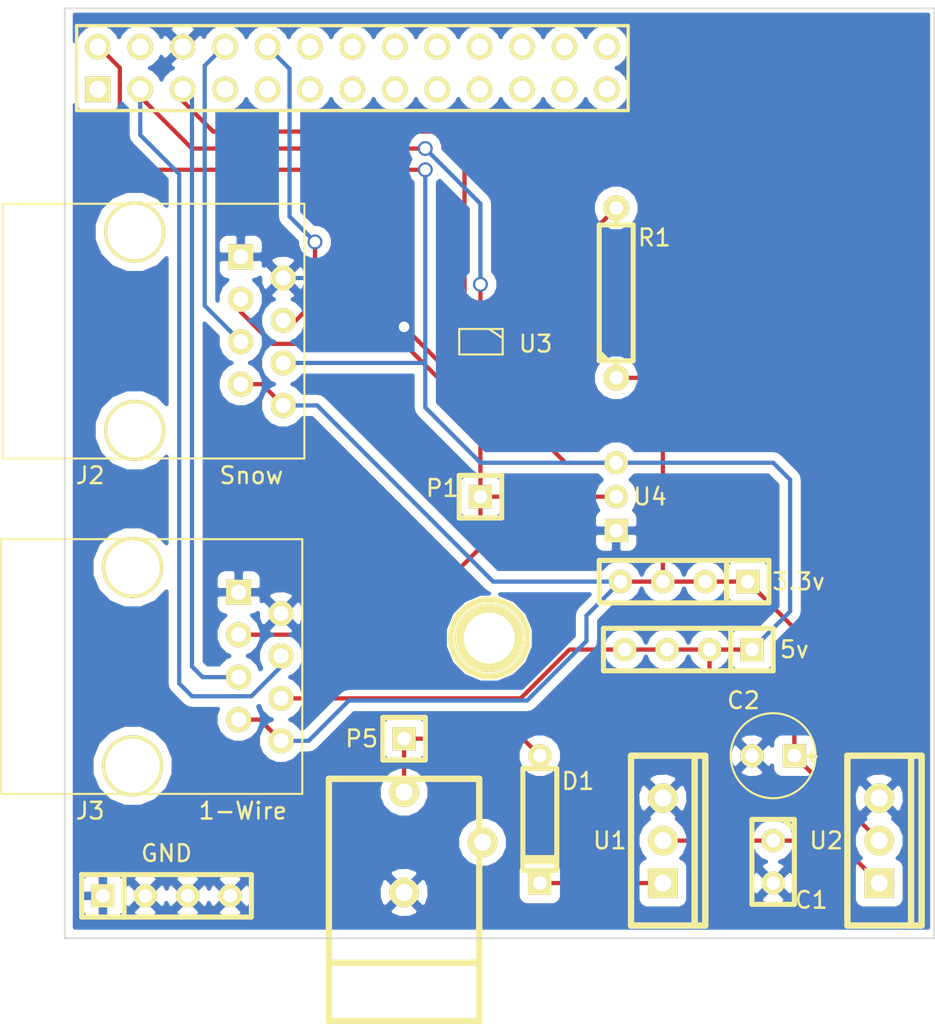
<source format=kicad_pcb>
(kicad_pcb (version 3) (host pcbnew "(2013-mar-13)-testing")

  (general
    (links 50)
    (no_connects 0)
    (area 95.948499 99.261 152.196001 161.361121)
    (thickness 1.6)
    (drawings 4)
    (tracks 109)
    (zones 0)
    (modules 18)
    (nets 33)
  )

  (page USLetter)
  (layers
    (15 F.Cu signal)
    (0 B.Cu signal)
    (16 B.Adhes user)
    (17 F.Adhes user)
    (18 B.Paste user)
    (19 F.Paste user)
    (20 B.SilkS user)
    (21 F.SilkS user)
    (22 B.Mask user)
    (23 F.Mask user)
    (24 Dwgs.User user)
    (25 Cmts.User user)
    (28 Edge.Cuts user)
  )

  (setup
    (last_trace_width 0.254)
    (trace_clearance 0.254)
    (zone_clearance 0.508)
    (zone_45_only no)
    (trace_min 0.254)
    (segment_width 0.2)
    (edge_width 0.1)
    (via_size 0.889)
    (via_drill 0.635)
    (via_min_size 0.889)
    (via_min_drill 0.508)
    (uvia_size 0.508)
    (uvia_drill 0.127)
    (uvias_allowed no)
    (uvia_min_size 0.508)
    (uvia_min_drill 0.127)
    (pcb_text_width 0.3)
    (pcb_text_size 1.5 1.5)
    (mod_edge_width 0.15)
    (mod_text_size 1 1)
    (mod_text_width 0.15)
    (pad_size 1.778 1.778)
    (pad_drill 1.016)
    (pad_to_mask_clearance 0)
    (aux_axis_origin 0 0)
    (visible_elements FFFFFF7F)
    (pcbplotparams
      (layerselection 283148289)
      (usegerberextensions true)
      (excludeedgelayer true)
      (linewidth 0.150000)
      (plotframeref false)
      (viasonmask false)
      (mode 1)
      (useauxorigin false)
      (hpglpennumber 1)
      (hpglpenspeed 20)
      (hpglpendiameter 15)
      (hpglpenoverlay 2)
      (psnegative false)
      (psa4output false)
      (plotreference true)
      (plotvalue true)
      (plotothertext true)
      (plotinvisibletext false)
      (padsonsilk false)
      (subtractmaskfromsilk false)
      (outputformat 1)
      (mirror false)
      (drillshape 0)
      (scaleselection 1)
      (outputdirectory ""))
  )

  (net 0 "")
  (net 1 +3.3V)
  (net 2 +5V)
  (net 3 GND)
  (net 4 N-0000010)
  (net 5 N-0000011)
  (net 6 N-0000012)
  (net 7 N-0000013)
  (net 8 N-0000014)
  (net 9 N-0000015)
  (net 10 N-0000016)
  (net 11 N-0000017)
  (net 12 N-0000019)
  (net 13 N-0000020)
  (net 14 N-0000021)
  (net 15 N-0000022)
  (net 16 N-0000023)
  (net 17 N-0000025)
  (net 18 N-0000026)
  (net 19 N-0000027)
  (net 20 N-0000028)
  (net 21 N-0000029)
  (net 22 N-0000030)
  (net 23 N-0000031)
  (net 24 N-0000032)
  (net 25 N-0000033)
  (net 26 N-0000034)
  (net 27 N-000004)
  (net 28 N-000005)
  (net 29 N-000006)
  (net 30 N-000007)
  (net 31 N-000008)
  (net 32 N-000009)

  (net_class Default "This is the default net class."
    (clearance 0.254)
    (trace_width 0.254)
    (via_dia 0.889)
    (via_drill 0.635)
    (uvia_dia 0.508)
    (uvia_drill 0.127)
    (add_net "")
    (add_net +3.3V)
    (add_net +5V)
    (add_net GND)
    (add_net N-0000010)
    (add_net N-0000011)
    (add_net N-0000012)
    (add_net N-0000013)
    (add_net N-0000014)
    (add_net N-0000015)
    (add_net N-0000016)
    (add_net N-0000017)
    (add_net N-0000019)
    (add_net N-0000020)
    (add_net N-0000021)
    (add_net N-0000022)
    (add_net N-0000023)
    (add_net N-0000025)
    (add_net N-0000026)
    (add_net N-0000027)
    (add_net N-0000028)
    (add_net N-0000029)
    (add_net N-0000030)
    (add_net N-0000031)
    (add_net N-0000032)
    (add_net N-0000033)
    (add_net N-0000034)
    (add_net N-000004)
    (add_net N-000005)
    (add_net N-000006)
    (add_net N-000007)
    (add_net N-000008)
    (add_net N-000009)
  )

  (module C1 (layer F.Cu) (tedit 526F4760) (tstamp 526CA7BC)
    (at 142.494 151.384 270)
    (descr "Condensateur e = 1 pas")
    (tags C)
    (path /526CAD0A)
    (fp_text reference C1 (at 2.286 -2.286 360) (layer F.SilkS)
      (effects (font (size 1 1) (thickness 0.15)))
    )
    (fp_text value .1uF (at 0 -2.286 270) (layer F.SilkS) hide
      (effects (font (size 1 1) (thickness 0.15)))
    )
    (fp_line (start -2.4892 -1.27) (end 2.54 -1.27) (layer F.SilkS) (width 0.3048))
    (fp_line (start 2.54 -1.27) (end 2.54 1.27) (layer F.SilkS) (width 0.3048))
    (fp_line (start 2.54 1.27) (end -2.54 1.27) (layer F.SilkS) (width 0.3048))
    (fp_line (start -2.54 1.27) (end -2.54 -1.27) (layer F.SilkS) (width 0.3048))
    (fp_line (start -2.54 -0.635) (end -1.905 -1.27) (layer F.SilkS) (width 0.3048))
    (pad 1 thru_hole circle (at -1.27 0 270) (size 1.397 1.397) (drill 0.8128)
      (layers *.Cu *.Mask F.SilkS)
      (net 2 +5V)
    )
    (pad 2 thru_hole circle (at 1.27 0 270) (size 1.397 1.397) (drill 0.8128)
      (layers *.Cu *.Mask F.SilkS)
      (net 3 GND)
    )
    (model discret/capa_1_pas.wrl
      (at (xyz 0 0 0))
      (scale (xyz 1 1 1))
      (rotate (xyz 0 0 0))
    )
  )

  (module C1V5 (layer F.Cu) (tedit 526F4776) (tstamp 526CA7C4)
    (at 142.494 145.034 180)
    (descr "Condensateur e = 1 pas")
    (tags C)
    (path /526CAD19)
    (fp_text reference C2 (at 1.778 3.302 180) (layer F.SilkS)
      (effects (font (size 1 1) (thickness 0.15)))
    )
    (fp_text value 10uF (at 0 1.27 180) (layer F.SilkS) hide
      (effects (font (size 1 1) (thickness 0.15)))
    )
    (fp_text user + (at -2.286 0 180) (layer F.SilkS)
      (effects (font (size 0.762 0.762) (thickness 0.2032)))
    )
    (fp_circle (center 0 0) (end 0.127 -2.54) (layer F.SilkS) (width 0.127))
    (pad 1 thru_hole rect (at -1.27 0 180) (size 1.397 1.397) (drill 0.8128)
      (layers *.Cu *.Mask F.SilkS)
      (net 1 +3.3V)
    )
    (pad 2 thru_hole circle (at 1.27 0 180) (size 1.397 1.397) (drill 0.8128)
      (layers *.Cu *.Mask F.SilkS)
      (net 3 GND)
    )
    (model discret/c_vert_c1v5.wrl
      (at (xyz 0 0 0))
      (scale (xyz 1 1 1))
      (rotate (xyz 0 0 0))
    )
  )

  (module BARREL_JACK (layer F.Cu) (tedit 526DFAD5) (tstamp 526CA7D0)
    (at 120.396 153.416 90)
    (descr "DC Barrel Jack")
    (tags "Power Jack")
    (path /526B4CB8)
    (fp_text reference "" (at 10.09904 0 180) (layer F.SilkS)
      (effects (font (size 1 1) (thickness 0.15)))
    )
    (fp_text value BARREL_JACK (at 0 -5.99948 90) (layer F.SilkS) hide
      (effects (font (size 1 1) (thickness 0.15)))
    )
    (fp_line (start -4.0005 -4.50088) (end -4.0005 4.50088) (layer F.SilkS) (width 0.381))
    (fp_line (start -7.50062 -4.50088) (end -7.50062 4.50088) (layer F.SilkS) (width 0.381))
    (fp_line (start -7.50062 4.50088) (end 7.00024 4.50088) (layer F.SilkS) (width 0.381))
    (fp_line (start 7.00024 4.50088) (end 7.00024 -4.50088) (layer F.SilkS) (width 0.381))
    (fp_line (start 7.00024 -4.50088) (end -7.50062 -4.50088) (layer F.SilkS) (width 0.381))
    (pad 1 thru_hole circle (at 6.20014 0 90) (size 1.778 1.778) (drill 1.016)
      (layers *.Cu *.Mask F.SilkS)
      (net 28 N-000005)
    )
    (pad 2 thru_hole circle (at 0.20066 0 90) (size 1.778 1.778) (drill 1.016)
      (layers *.Cu *.Mask F.SilkS)
      (net 3 GND)
    )
    (pad 3 thru_hole circle (at 3.2004 4.699 90) (size 1.778 1.778) (drill 1.016)
      (layers *.Cu *.Mask F.SilkS)
      (net 29 N-000006)
    )
  )

  (module D3 (layer F.Cu) (tedit 526F47FE) (tstamp 526CA7E0)
    (at 128.524 148.844 270)
    (descr "Diode 3 pas")
    (tags "DIODE DEV")
    (path /526CAB94)
    (fp_text reference D1 (at -2.286 -2.286 360) (layer F.SilkS)
      (effects (font (size 1 1) (thickness 0.15)))
    )
    (fp_text value DIODE (at 0 0 270) (layer F.SilkS) hide
      (effects (font (size 1 1) (thickness 0.15)))
    )
    (fp_line (start 3.81 0) (end 3.048 0) (layer F.SilkS) (width 0.3048))
    (fp_line (start 3.048 0) (end 3.048 -1.016) (layer F.SilkS) (width 0.3048))
    (fp_line (start 3.048 -1.016) (end -3.048 -1.016) (layer F.SilkS) (width 0.3048))
    (fp_line (start -3.048 -1.016) (end -3.048 0) (layer F.SilkS) (width 0.3048))
    (fp_line (start -3.048 0) (end -3.81 0) (layer F.SilkS) (width 0.3048))
    (fp_line (start -3.048 0) (end -3.048 1.016) (layer F.SilkS) (width 0.3048))
    (fp_line (start -3.048 1.016) (end 3.048 1.016) (layer F.SilkS) (width 0.3048))
    (fp_line (start 3.048 1.016) (end 3.048 0) (layer F.SilkS) (width 0.3048))
    (fp_line (start 2.54 -1.016) (end 2.54 1.016) (layer F.SilkS) (width 0.3048))
    (fp_line (start 2.286 1.016) (end 2.286 -1.016) (layer F.SilkS) (width 0.3048))
    (pad 2 thru_hole rect (at 3.81 0 270) (size 1.397 1.397) (drill 0.8128)
      (layers *.Cu *.Mask F.SilkS)
      (net 11 N-0000017)
    )
    (pad 1 thru_hole circle (at -3.81 0 270) (size 1.397 1.397) (drill 0.8128)
      (layers *.Cu *.Mask F.SilkS)
      (net 28 N-000005)
    )
    (model discret/diode.wrl
      (at (xyz 0 0 0))
      (scale (xyz 0.3 0.3 0.3))
      (rotate (xyz 0 0 0))
    )
  )

  (module pin_array_13x2   locked (layer F.Cu) (tedit 526F4781) (tstamp 526CA802)
    (at 117.3 103.9)
    (descr "2 x 13 pins connector")
    (tags CONN)
    (path /526B464E)
    (fp_text reference J1 (at -7.62 -3.81) (layer F.SilkS) hide
      (effects (font (size 1 1) (thickness 0.15)))
    )
    (fp_text value "" (at 7.62 -3.81) (layer F.SilkS)
      (effects (font (size 1 1) (thickness 0.15)))
    )
    (fp_line (start -16.51 2.54) (end 16.51 2.54) (layer F.SilkS) (width 0.2032))
    (fp_line (start 16.51 -2.54) (end -16.51 -2.54) (layer F.SilkS) (width 0.2032))
    (fp_line (start -16.51 -2.54) (end -16.51 2.54) (layer F.SilkS) (width 0.2032))
    (fp_line (start 16.51 2.54) (end 16.51 -2.54) (layer F.SilkS) (width 0.2032))
    (pad 1 thru_hole rect (at -15.24 1.27) (size 1.524 1.524) (drill 1.016)
      (layers *.Cu *.Mask F.SilkS)
      (net 12 N-0000019)
    )
    (pad 2 thru_hole circle (at -15.24 -1.27) (size 1.524 1.524) (drill 1.016)
      (layers *.Cu *.Mask F.SilkS)
      (net 2 +5V)
    )
    (pad 3 thru_hole circle (at -12.7 1.27) (size 1.524 1.524) (drill 1.016)
      (layers *.Cu *.Mask F.SilkS)
      (net 17 N-0000025)
    )
    (pad 4 thru_hole circle (at -12.7 -1.27) (size 1.524 1.524) (drill 1.016)
      (layers *.Cu *.Mask F.SilkS)
      (net 18 N-0000026)
    )
    (pad 5 thru_hole circle (at -10.16 1.27) (size 1.524 1.524) (drill 1.016)
      (layers *.Cu *.Mask F.SilkS)
      (net 19 N-0000027)
    )
    (pad 6 thru_hole circle (at -10.16 -1.27) (size 1.524 1.524) (drill 1.016)
      (layers *.Cu *.Mask F.SilkS)
      (net 3 GND)
    )
    (pad 7 thru_hole circle (at -7.62 1.27) (size 1.524 1.524) (drill 1.016)
      (layers *.Cu *.Mask F.SilkS)
      (net 13 N-0000020)
    )
    (pad 8 thru_hole circle (at -7.62 -1.27) (size 1.524 1.524) (drill 1.016)
      (layers *.Cu *.Mask F.SilkS)
      (net 15 N-0000022)
    )
    (pad 9 thru_hole circle (at -5.08 1.27) (size 1.524 1.524) (drill 1.016)
      (layers *.Cu *.Mask F.SilkS)
      (net 20 N-0000028)
    )
    (pad 10 thru_hole circle (at -5.08 -1.27) (size 1.524 1.524) (drill 1.016)
      (layers *.Cu *.Mask F.SilkS)
      (net 16 N-0000023)
    )
    (pad 11 thru_hole circle (at -2.54 1.27) (size 1.524 1.524) (drill 1.016)
      (layers *.Cu *.Mask F.SilkS)
      (net 14 N-0000021)
    )
    (pad 12 thru_hole circle (at -2.54 -1.27) (size 1.524 1.524) (drill 1.016)
      (layers *.Cu *.Mask F.SilkS)
      (net 30 N-000007)
    )
    (pad 13 thru_hole circle (at 0 1.27) (size 1.524 1.524) (drill 1.016)
      (layers *.Cu *.Mask F.SilkS)
      (net 10 N-0000016)
    )
    (pad 14 thru_hole circle (at 0 -1.27) (size 1.524 1.524) (drill 1.016)
      (layers *.Cu *.Mask F.SilkS)
      (net 22 N-0000030)
    )
    (pad 15 thru_hole circle (at 2.54 1.27) (size 1.524 1.524) (drill 1.016)
      (layers *.Cu *.Mask F.SilkS)
      (net 9 N-0000015)
    )
    (pad 16 thru_hole circle (at 2.54 -1.27) (size 1.524 1.524) (drill 1.016)
      (layers *.Cu *.Mask F.SilkS)
      (net 31 N-000008)
    )
    (pad 17 thru_hole circle (at 5.08 1.27) (size 1.524 1.524) (drill 1.016)
      (layers *.Cu *.Mask F.SilkS)
      (net 24 N-0000032)
    )
    (pad 18 thru_hole circle (at 5.08 -1.27) (size 1.524 1.524) (drill 1.016)
      (layers *.Cu *.Mask F.SilkS)
      (net 27 N-000004)
    )
    (pad 19 thru_hole circle (at 7.62 1.27) (size 1.524 1.524) (drill 1.016)
      (layers *.Cu *.Mask F.SilkS)
      (net 8 N-0000014)
    )
    (pad 20 thru_hole circle (at 7.62 -1.27) (size 1.524 1.524) (drill 1.016)
      (layers *.Cu *.Mask F.SilkS)
      (net 21 N-0000029)
    )
    (pad 21 thru_hole circle (at 10.16 1.27) (size 1.524 1.524) (drill 1.016)
      (layers *.Cu *.Mask F.SilkS)
      (net 7 N-0000013)
    )
    (pad 22 thru_hole circle (at 10.16 -1.27) (size 1.524 1.524) (drill 1.016)
      (layers *.Cu *.Mask F.SilkS)
      (net 32 N-000009)
    )
    (pad 23 thru_hole circle (at 12.7 1.27) (size 1.524 1.524) (drill 1.016)
      (layers *.Cu *.Mask F.SilkS)
      (net 6 N-0000012)
    )
    (pad 24 thru_hole circle (at 12.7 -1.27) (size 1.524 1.524) (drill 1.016)
      (layers *.Cu *.Mask F.SilkS)
      (net 4 N-0000010)
    )
    (pad 25 thru_hole circle (at 15.24 1.27) (size 1.524 1.524) (drill 1.016)
      (layers *.Cu *.Mask F.SilkS)
      (net 23 N-0000031)
    )
    (pad 26 thru_hole circle (at 15.24 -1.27) (size 1.524 1.524) (drill 1.016)
      (layers *.Cu *.Mask F.SilkS)
      (net 5 N-0000011)
    )
    (model pin_array/pins_array_13x2.wrl
      (at (xyz 0 0 0))
      (scale (xyz 1 1 1))
      (rotate (xyz 0 0 0))
    )
  )

  (module RJ45_8 (layer F.Cu) (tedit 526F4746) (tstamp 526CA814)
    (at 104.267 119.634 270)
    (tags RJ45)
    (path /526B47BE)
    (fp_text reference J2 (at 8.636 2.667 360) (layer F.SilkS)
      (effects (font (size 1 1) (thickness 0.15)))
    )
    (fp_text value Snow (at 8.636 -6.985 360) (layer F.SilkS)
      (effects (font (size 1 1) (thickness 0.15)))
    )
    (fp_line (start -7.62 7.874) (end 7.62 7.874) (layer F.SilkS) (width 0.127))
    (fp_line (start 7.62 7.874) (end 7.62 -10.16) (layer F.SilkS) (width 0.127))
    (fp_line (start 7.62 -10.16) (end -7.62 -10.16) (layer F.SilkS) (width 0.127))
    (fp_line (start -7.62 -10.16) (end -7.62 7.874) (layer F.SilkS) (width 0.127))
    (pad Hole thru_hole circle (at 5.93852 0 270) (size 3.64998 3.64998) (drill 3.2512)
      (layers *.Cu *.Mask F.SilkS)
    )
    (pad Hole thru_hole circle (at -5.9309 0 270) (size 3.64998 3.64998) (drill 3.2512)
      (layers *.Cu *.Mask F.SilkS)
    )
    (pad 1 thru_hole rect (at -4.445 -6.35 270) (size 1.50114 1.50114) (drill 0.89916)
      (layers *.Cu *.Mask F.SilkS)
      (net 3 GND)
    )
    (pad 2 thru_hole circle (at -3.175 -8.89 270) (size 1.50114 1.50114) (drill 0.89916)
      (layers *.Cu *.Mask F.SilkS)
      (net 3 GND)
    )
    (pad 3 thru_hole circle (at -1.905 -6.35 270) (size 1.50114 1.50114) (drill 0.89916)
      (layers *.Cu *.Mask F.SilkS)
      (net 25 N-0000033)
    )
    (pad 4 thru_hole circle (at -0.635 -8.89 270) (size 1.50114 1.50114) (drill 0.89916)
      (layers *.Cu *.Mask F.SilkS)
      (net 16 N-0000023)
    )
    (pad 5 thru_hole circle (at 0.635 -6.35 270) (size 1.50114 1.50114) (drill 0.89916)
      (layers *.Cu *.Mask F.SilkS)
      (net 15 N-0000022)
    )
    (pad 6 thru_hole circle (at 1.905 -8.89 270) (size 1.50114 1.50114) (drill 0.89916)
      (layers *.Cu *.Mask F.SilkS)
      (net 2 +5V)
    )
    (pad 7 thru_hole circle (at 3.175 -6.35 270) (size 1.50114 1.50114) (drill 0.89916)
      (layers *.Cu *.Mask F.SilkS)
      (net 1 +3.3V)
    )
    (pad 8 thru_hole circle (at 4.445 -8.89 270) (size 1.50114 1.50114) (drill 0.89916)
      (layers *.Cu *.Mask F.SilkS)
      (net 1 +3.3V)
    )
    (model connectors/RJ45_8.wrl
      (at (xyz 0 0 0))
      (scale (xyz 0.4 0.4 0.4))
      (rotate (xyz 0 0 0))
    )
  )

  (module RJ45_8 (layer F.Cu) (tedit 526F473C) (tstamp 526CA826)
    (at 104.14 139.7 270)
    (tags RJ45)
    (path /526C9E26)
    (fp_text reference J3 (at 8.636 2.54 360) (layer F.SilkS)
      (effects (font (size 1 1) (thickness 0.15)))
    )
    (fp_text value 1-Wire (at 8.636 -6.604 360) (layer F.SilkS)
      (effects (font (size 1 1) (thickness 0.15)))
    )
    (fp_line (start -7.62 7.874) (end 7.62 7.874) (layer F.SilkS) (width 0.127))
    (fp_line (start 7.62 7.874) (end 7.62 -10.16) (layer F.SilkS) (width 0.127))
    (fp_line (start 7.62 -10.16) (end -7.62 -10.16) (layer F.SilkS) (width 0.127))
    (fp_line (start -7.62 -10.16) (end -7.62 7.874) (layer F.SilkS) (width 0.127))
    (pad Hole thru_hole circle (at 5.93852 0 270) (size 3.64998 3.64998) (drill 3.2512)
      (layers *.Cu *.Mask F.SilkS)
    )
    (pad Hole thru_hole circle (at -5.9309 0 270) (size 3.64998 3.64998) (drill 3.2512)
      (layers *.Cu *.Mask F.SilkS)
    )
    (pad 1 thru_hole rect (at -4.445 -6.35 270) (size 1.50114 1.50114) (drill 0.89916)
      (layers *.Cu *.Mask F.SilkS)
      (net 3 GND)
    )
    (pad 2 thru_hole circle (at -3.175 -8.89 270) (size 1.50114 1.50114) (drill 0.89916)
      (layers *.Cu *.Mask F.SilkS)
      (net 3 GND)
    )
    (pad 3 thru_hole circle (at -1.905 -6.35 270) (size 1.50114 1.50114) (drill 0.89916)
      (layers *.Cu *.Mask F.SilkS)
      (net 25 N-0000033)
    )
    (pad 4 thru_hole circle (at -0.635 -8.89 270) (size 1.50114 1.50114) (drill 0.89916)
      (layers *.Cu *.Mask F.SilkS)
      (net 17 N-0000025)
    )
    (pad 5 thru_hole circle (at 0.635 -6.35 270) (size 1.50114 1.50114) (drill 0.89916)
      (layers *.Cu *.Mask F.SilkS)
      (net 19 N-0000027)
    )
    (pad 6 thru_hole circle (at 1.905 -8.89 270) (size 1.50114 1.50114) (drill 0.89916)
      (layers *.Cu *.Mask F.SilkS)
      (net 2 +5V)
    )
    (pad 7 thru_hole circle (at 3.175 -6.35 270) (size 1.50114 1.50114) (drill 0.89916)
      (layers *.Cu *.Mask F.SilkS)
      (net 1 +3.3V)
    )
    (pad 8 thru_hole circle (at 4.445 -8.89 270) (size 1.50114 1.50114) (drill 0.89916)
      (layers *.Cu *.Mask F.SilkS)
      (net 1 +3.3V)
    )
    (model connectors/RJ45_8.wrl
      (at (xyz 0 0 0))
      (scale (xyz 0.4 0.4 0.4))
      (rotate (xyz 0 0 0))
    )
  )

  (module SIL-4 (layer F.Cu) (tedit 526F470B) (tstamp 526CA83B)
    (at 137.414 138.684 180)
    (descr "Connecteur 4 pibs")
    (tags "CONN DEV")
    (path /526CA4F9)
    (fp_text reference P2 (at 0 -2.54 180) (layer F.SilkS) hide
      (effects (font (size 1 1) (thickness 0.15)))
    )
    (fp_text value 5v (at -6.35 0 180) (layer F.SilkS)
      (effects (font (size 1 1) (thickness 0.15)))
    )
    (fp_line (start -5.08 -1.27) (end -5.08 -1.27) (layer F.SilkS) (width 0.3048))
    (fp_line (start -5.08 1.27) (end -5.08 -1.27) (layer F.SilkS) (width 0.3048))
    (fp_line (start -5.08 -1.27) (end -5.08 -1.27) (layer F.SilkS) (width 0.3048))
    (fp_line (start -5.08 -1.27) (end 5.08 -1.27) (layer F.SilkS) (width 0.3048))
    (fp_line (start 5.08 -1.27) (end 5.08 1.27) (layer F.SilkS) (width 0.3048))
    (fp_line (start 5.08 1.27) (end -5.08 1.27) (layer F.SilkS) (width 0.3048))
    (fp_line (start -2.54 1.27) (end -2.54 -1.27) (layer F.SilkS) (width 0.3048))
    (pad 1 thru_hole rect (at -3.81 0 180) (size 1.397 1.397) (drill 0.8128)
      (layers *.Cu *.Mask F.SilkS)
      (net 2 +5V)
    )
    (pad 2 thru_hole circle (at -1.27 0 180) (size 1.397 1.397) (drill 0.8128)
      (layers *.Cu *.Mask F.SilkS)
      (net 2 +5V)
    )
    (pad 3 thru_hole circle (at 1.27 0 180) (size 1.397 1.397) (drill 0.8128)
      (layers *.Cu *.Mask F.SilkS)
      (net 2 +5V)
    )
    (pad 4 thru_hole circle (at 3.81 0 180) (size 1.397 1.397) (drill 0.8128)
      (layers *.Cu *.Mask F.SilkS)
      (net 2 +5V)
    )
  )

  (module SIL-4 (layer F.Cu) (tedit 526F46FC) (tstamp 526CA84A)
    (at 137.16 134.62 180)
    (descr "Connecteur 4 pibs")
    (tags "CONN DEV")
    (path /526CA508)
    (fp_text reference P3 (at -6.096 0 180) (layer F.SilkS) hide
      (effects (font (size 1 1) (thickness 0.15)))
    )
    (fp_text value 3.3v (at -6.858 0 180) (layer F.SilkS)
      (effects (font (size 1 1) (thickness 0.15)))
    )
    (fp_line (start -5.08 -1.27) (end -5.08 -1.27) (layer F.SilkS) (width 0.3048))
    (fp_line (start -5.08 1.27) (end -5.08 -1.27) (layer F.SilkS) (width 0.3048))
    (fp_line (start -5.08 -1.27) (end -5.08 -1.27) (layer F.SilkS) (width 0.3048))
    (fp_line (start -5.08 -1.27) (end 5.08 -1.27) (layer F.SilkS) (width 0.3048))
    (fp_line (start 5.08 -1.27) (end 5.08 1.27) (layer F.SilkS) (width 0.3048))
    (fp_line (start 5.08 1.27) (end -5.08 1.27) (layer F.SilkS) (width 0.3048))
    (fp_line (start -2.54 1.27) (end -2.54 -1.27) (layer F.SilkS) (width 0.3048))
    (pad 1 thru_hole rect (at -3.81 0 180) (size 1.397 1.397) (drill 0.8128)
      (layers *.Cu *.Mask F.SilkS)
      (net 1 +3.3V)
    )
    (pad 2 thru_hole circle (at -1.27 0 180) (size 1.397 1.397) (drill 0.8128)
      (layers *.Cu *.Mask F.SilkS)
      (net 1 +3.3V)
    )
    (pad 3 thru_hole circle (at 1.27 0 180) (size 1.397 1.397) (drill 0.8128)
      (layers *.Cu *.Mask F.SilkS)
      (net 1 +3.3V)
    )
    (pad 4 thru_hole circle (at 3.81 0 180) (size 1.397 1.397) (drill 0.8128)
      (layers *.Cu *.Mask F.SilkS)
      (net 1 +3.3V)
    )
  )

  (module SIL-4 (layer F.Cu) (tedit 526F46DF) (tstamp 526CA859)
    (at 106.172 153.416)
    (descr "Connecteur 4 pibs")
    (tags "CONN DEV")
    (path /526CA517)
    (fp_text reference P4 (at 0 -2.54) (layer F.SilkS) hide
      (effects (font (size 1 1) (thickness 0.15)))
    )
    (fp_text value GND (at 0 -2.54) (layer F.SilkS)
      (effects (font (size 1 1) (thickness 0.15)))
    )
    (fp_line (start -5.08 -1.27) (end -5.08 -1.27) (layer F.SilkS) (width 0.3048))
    (fp_line (start -5.08 1.27) (end -5.08 -1.27) (layer F.SilkS) (width 0.3048))
    (fp_line (start -5.08 -1.27) (end -5.08 -1.27) (layer F.SilkS) (width 0.3048))
    (fp_line (start -5.08 -1.27) (end 5.08 -1.27) (layer F.SilkS) (width 0.3048))
    (fp_line (start 5.08 -1.27) (end 5.08 1.27) (layer F.SilkS) (width 0.3048))
    (fp_line (start 5.08 1.27) (end -5.08 1.27) (layer F.SilkS) (width 0.3048))
    (fp_line (start -2.54 1.27) (end -2.54 -1.27) (layer F.SilkS) (width 0.3048))
    (pad 1 thru_hole rect (at -3.81 0) (size 1.397 1.397) (drill 0.8128)
      (layers *.Cu *.Mask F.SilkS)
      (net 3 GND)
    )
    (pad 2 thru_hole circle (at -1.27 0) (size 1.397 1.397) (drill 0.8128)
      (layers *.Cu *.Mask F.SilkS)
      (net 3 GND)
    )
    (pad 3 thru_hole circle (at 1.27 0) (size 1.397 1.397) (drill 0.8128)
      (layers *.Cu *.Mask F.SilkS)
      (net 3 GND)
    )
    (pad 4 thru_hole circle (at 3.81 0) (size 1.397 1.397) (drill 0.8128)
      (layers *.Cu *.Mask F.SilkS)
      (net 3 GND)
    )
  )

  (module R4 (layer F.Cu) (tedit 526F4801) (tstamp 526CA867)
    (at 133.096 117.348 90)
    (descr "Resitance 4 pas")
    (tags R)
    (path /526C9C97)
    (autoplace_cost180 10)
    (fp_text reference R1 (at 3.302 2.286 180) (layer F.SilkS)
      (effects (font (size 1 1) (thickness 0.15)))
    )
    (fp_text value 2.2k (at 0 0 90) (layer F.SilkS) hide
      (effects (font (size 1 1) (thickness 0.15)))
    )
    (fp_line (start -5.08 0) (end -4.064 0) (layer F.SilkS) (width 0.3048))
    (fp_line (start -4.064 0) (end -4.064 -1.016) (layer F.SilkS) (width 0.3048))
    (fp_line (start -4.064 -1.016) (end 4.064 -1.016) (layer F.SilkS) (width 0.3048))
    (fp_line (start 4.064 -1.016) (end 4.064 1.016) (layer F.SilkS) (width 0.3048))
    (fp_line (start 4.064 1.016) (end -4.064 1.016) (layer F.SilkS) (width 0.3048))
    (fp_line (start -4.064 1.016) (end -4.064 0) (layer F.SilkS) (width 0.3048))
    (fp_line (start -4.064 -0.508) (end -3.556 -1.016) (layer F.SilkS) (width 0.3048))
    (fp_line (start 5.08 0) (end 4.064 0) (layer F.SilkS) (width 0.3048))
    (pad 1 thru_hole circle (at -5.08 0 90) (size 1.524 1.524) (drill 0.8128)
      (layers *.Cu *.Mask F.SilkS)
      (net 1 +3.3V)
    )
    (pad 2 thru_hole circle (at 5.08 0 90) (size 1.524 1.524) (drill 0.8128)
      (layers *.Cu *.Mask F.SilkS)
      (net 26 N-0000034)
    )
    (model discret/resistor.wrl
      (at (xyz 0 0 0))
      (scale (xyz 0.4 0.4 0.4))
      (rotate (xyz 0 0 0))
    )
  )

  (module TO220_VERT (layer F.Cu) (tedit 526F4757) (tstamp 526CA875)
    (at 135.89 150.114)
    (descr "Regulateur TO220 serie LM78xx")
    (tags "TR TO220")
    (path /526DFA2E)
    (fp_text reference U1 (at -3.175 0 180) (layer F.SilkS)
      (effects (font (size 1 1) (thickness 0.15)))
    )
    (fp_text value "" (at 0.635 -6.35) (layer F.SilkS)
      (effects (font (size 1 1) (thickness 0.15)))
    )
    (fp_line (start 1.905 -5.08) (end 2.54 -5.08) (layer F.SilkS) (width 0.381))
    (fp_line (start 2.54 -5.08) (end 2.54 5.08) (layer F.SilkS) (width 0.381))
    (fp_line (start 2.54 5.08) (end 1.905 5.08) (layer F.SilkS) (width 0.381))
    (fp_line (start -1.905 -5.08) (end 1.905 -5.08) (layer F.SilkS) (width 0.381))
    (fp_line (start 1.905 -5.08) (end 1.905 5.08) (layer F.SilkS) (width 0.381))
    (fp_line (start 1.905 5.08) (end -1.905 5.08) (layer F.SilkS) (width 0.381))
    (fp_line (start -1.905 5.08) (end -1.905 -5.08) (layer F.SilkS) (width 0.381))
    (pad 2 thru_hole circle (at 0 -2.54) (size 1.778 1.778) (drill 1.016)
      (layers *.Cu *.Mask F.SilkS)
      (net 3 GND)
    )
    (pad 3 thru_hole circle (at 0 0) (size 1.778 1.778) (drill 1.016)
      (layers *.Cu *.Mask F.SilkS)
      (net 2 +5V)
    )
    (pad 1 thru_hole rect (at 0 2.54) (size 1.778 1.778) (drill 1.016)
      (layers *.Cu *.Mask F.SilkS)
      (net 11 N-0000017)
    )
  )

  (module TO220_VERT (layer F.Cu) (tedit 526F4762) (tstamp 526CA883)
    (at 148.844 150.114)
    (descr "Regulateur TO220 serie LM78xx")
    (tags "TR TO220")
    (path /526DFBA1)
    (fp_text reference U2 (at -3.175 0 180) (layer F.SilkS)
      (effects (font (size 1 1) (thickness 0.15)))
    )
    (fp_text value "" (at 0.635 -6.35) (layer F.SilkS)
      (effects (font (size 1 1) (thickness 0.15)))
    )
    (fp_line (start 1.905 -5.08) (end 2.54 -5.08) (layer F.SilkS) (width 0.381))
    (fp_line (start 2.54 -5.08) (end 2.54 5.08) (layer F.SilkS) (width 0.381))
    (fp_line (start 2.54 5.08) (end 1.905 5.08) (layer F.SilkS) (width 0.381))
    (fp_line (start -1.905 -5.08) (end 1.905 -5.08) (layer F.SilkS) (width 0.381))
    (fp_line (start 1.905 -5.08) (end 1.905 5.08) (layer F.SilkS) (width 0.381))
    (fp_line (start 1.905 5.08) (end -1.905 5.08) (layer F.SilkS) (width 0.381))
    (fp_line (start -1.905 5.08) (end -1.905 -5.08) (layer F.SilkS) (width 0.381))
    (pad 2 thru_hole circle (at 0 -2.54) (size 1.778 1.778) (drill 1.016)
      (layers *.Cu *.Mask F.SilkS)
      (net 3 GND)
    )
    (pad 3 thru_hole circle (at 0 0) (size 1.778 1.778) (drill 1.016)
      (layers *.Cu *.Mask F.SilkS)
      (net 1 +3.3V)
    )
    (pad 1 thru_hole rect (at 0 2.54) (size 1.778 1.778) (drill 1.016)
      (layers *.Cu *.Mask F.SilkS)
      (net 2 +5V)
    )
  )

  (module SOT23_6 (layer F.Cu) (tedit 526F471F) (tstamp 526CA892)
    (at 124.968 120.269 180)
    (path /526C9C6A)
    (fp_text reference U3 (at -3.302 -0.127 360) (layer F.SilkS)
      (effects (font (size 1 1) (thickness 0.15)))
    )
    (fp_text value "" (at 0.0635 0 180) (layer F.SilkS)
      (effects (font (size 1 1) (thickness 0.15)))
    )
    (fp_line (start -0.508 0.762) (end -1.27 0.254) (layer F.SilkS) (width 0.127))
    (fp_line (start 1.27 0.762) (end -1.3335 0.762) (layer F.SilkS) (width 0.127))
    (fp_line (start -1.3335 0.762) (end -1.3335 -0.762) (layer F.SilkS) (width 0.127))
    (fp_line (start -1.3335 -0.762) (end 1.27 -0.762) (layer F.SilkS) (width 0.127))
    (fp_line (start 1.27 -0.762) (end 1.27 0.762) (layer F.SilkS) (width 0.127))
    (pad 6 smd rect (at -0.9525 -1.27 180) (size 0.70104 1.00076)
      (layers F.Cu F.Paste F.Mask)
      (net 2 +5V)
    )
    (pad 5 smd rect (at 0 -1.27 180) (size 0.70104 1.00076)
      (layers F.Cu F.Paste F.Mask)
      (net 25 N-0000033)
    )
    (pad 4 smd rect (at 0.9525 -1.27 180) (size 0.70104 1.00076)
      (layers F.Cu F.Paste F.Mask)
      (net 3 GND)
    )
    (pad 3 smd rect (at 0.9525 1.27 180) (size 0.70104 1.00076)
      (layers F.Cu F.Paste F.Mask)
      (net 19 N-0000027)
    )
    (pad 2 smd rect (at 0 1.27 180) (size 0.70104 1.00076)
      (layers F.Cu F.Paste F.Mask)
      (net 17 N-0000025)
    )
    (pad 1 smd rect (at -0.9525 1.27 180) (size 0.70104 1.00076)
      (layers F.Cu F.Paste F.Mask)
      (net 26 N-0000034)
    )
    (model smd/SOT23_6.wrl
      (at (xyz 0 0 0))
      (scale (xyz 0.11 0.11 0.11))
      (rotate (xyz 0 0 0))
    )
  )

  (module TO92-INLINE (layer F.Cu) (tedit 526F470F) (tstamp 526CA971)
    (at 133.096 129.54 90)
    (descr "Transistor TO92 brochage type BC237")
    (tags "TR TO92")
    (path /526C9F71)
    (fp_text reference U4 (at 0 2.032 180) (layer F.SilkS)
      (effects (font (size 1 1) (thickness 0.15)))
    )
    (fp_text value "" (at 0 -2.032 90) (layer F.SilkS)
      (effects (font (size 1 1) (thickness 0.15)))
    )
    (pad 1 thru_hole rect (at -2.032 0 90) (size 1.397 1.397) (drill 0.8128)
      (layers *.Cu *.Mask F.SilkS)
      (net 3 GND)
    )
    (pad 2 thru_hole circle (at 0 0 90) (size 1.397 1.397) (drill 0.8128)
      (layers *.Cu *.Mask F.SilkS)
      (net 25 N-0000033)
    )
    (pad 3 thru_hole circle (at 2.032 0 90) (size 1.397 1.397) (drill 0.8128)
      (layers *.Cu *.Mask F.SilkS)
      (net 2 +5V)
    )
    (model discret/to98.wrl
      (at (xyz 0 0 0))
      (scale (xyz 1 1 1))
      (rotate (xyz 0 0 0))
    )
  )

  (module 1pin   locked (layer F.Cu) (tedit 526DF4C2) (tstamp 526E0C16)
    (at 125.5 138)
    (descr "module 1 pin (ou trou mecanique de percage)")
    (tags DEV)
    (path 1pin)
    (fp_text reference M1 (at 0 -3.048) (layer F.SilkS) hide
      (effects (font (size 1 1) (thickness 0.15)))
    )
    (fp_text value "" (at 0 2.794) (layer F.SilkS) hide
      (effects (font (size 1 1) (thickness 0.15)))
    )
    (fp_circle (center 0 0) (end 0 -2.286) (layer F.SilkS) (width 0.381))
    (pad 1 thru_hole circle (at 0 0) (size 4.064 4.064) (drill 3.048)
      (layers *.Cu *.Mask F.SilkS)
    )
  )

  (module SIL-1 (layer F.Cu) (tedit 526F4752) (tstamp 526CA82C)
    (at 124.968 129.54)
    (descr "Connecteurs 1 pin")
    (tags "CONN DEV")
    (path /526CA498)
    (fp_text reference P1 (at -2.286 -0.508) (layer F.SilkS)
      (effects (font (size 1 1) (thickness 0.15)))
    )
    (fp_text value 1-Wire (at 0 -2.54) (layer F.SilkS) hide
      (effects (font (size 1 1) (thickness 0.15)))
    )
    (fp_line (start -1.27 1.27) (end 1.27 1.27) (layer F.SilkS) (width 0.3175))
    (fp_line (start -1.27 -1.27) (end 1.27 -1.27) (layer F.SilkS) (width 0.3175))
    (fp_line (start -1.27 1.27) (end -1.27 -1.27) (layer F.SilkS) (width 0.3048))
    (fp_line (start 1.27 -1.27) (end 1.27 1.27) (layer F.SilkS) (width 0.3048))
    (pad 1 thru_hole rect (at 0 0) (size 1.397 1.397) (drill 0.8128)
      (layers *.Cu *.Mask F.SilkS)
      (net 25 N-0000033)
    )
  )

  (module SIL-1 (layer F.Cu) (tedit 526F46C1) (tstamp 526E6B36)
    (at 120.396 144.018)
    (descr "Connecteurs 1 pin")
    (tags "CONN DEV")
    (path /526DF44A)
    (fp_text reference P5 (at -2.54 0) (layer F.SilkS)
      (effects (font (size 1 1) (thickness 0.15)))
    )
    (fp_text value CONN_1 (at 0 -2.54) (layer F.SilkS) hide
      (effects (font (size 1 1) (thickness 0.15)))
    )
    (fp_line (start -1.27 1.27) (end 1.27 1.27) (layer F.SilkS) (width 0.3175))
    (fp_line (start -1.27 -1.27) (end 1.27 -1.27) (layer F.SilkS) (width 0.3175))
    (fp_line (start -1.27 1.27) (end -1.27 -1.27) (layer F.SilkS) (width 0.3048))
    (fp_line (start 1.27 -1.27) (end 1.27 1.27) (layer F.SilkS) (width 0.3048))
    (pad 1 thru_hole rect (at 0 0) (size 1.397 1.397) (drill 0.8128)
      (layers *.Cu *.Mask F.SilkS)
      (net 28 N-000005)
    )
  )

  (gr_line (start 100.076 155.956) (end 100.076 100.33) (angle 90) (layer Edge.Cuts) (width 0.1))
  (gr_line (start 152.146 155.956) (end 100.076 155.956) (angle 90) (layer Edge.Cuts) (width 0.1))
  (gr_line (start 152.146 100.33) (end 152.146 155.956) (angle 90) (layer Edge.Cuts) (width 0.1))
  (gr_line (start 100.076 100.33) (end 152.146 100.33) (angle 90) (layer Edge.Cuts) (width 0.1))

  (segment (start 113.03 144.145) (end 114.681 144.145) (width 0.254) (layer B.Cu) (net 1))
  (segment (start 131.318 136.652) (end 133.35 134.62) (width 0.254) (layer B.Cu) (net 1) (tstamp 526F41F8))
  (segment (start 131.318 138.176) (end 131.318 136.652) (width 0.254) (layer B.Cu) (net 1) (tstamp 526F41F5))
  (segment (start 127.762 141.732) (end 131.318 138.176) (width 0.254) (layer B.Cu) (net 1) (tstamp 526F41EE))
  (segment (start 117.094 141.732) (end 127.762 141.732) (width 0.254) (layer B.Cu) (net 1) (tstamp 526F41EB))
  (segment (start 114.681 144.145) (end 117.094 141.732) (width 0.254) (layer B.Cu) (net 1) (tstamp 526F41D3))
  (segment (start 133.096 122.428) (end 134.874 122.428) (width 0.254) (layer F.Cu) (net 1))
  (segment (start 135.89 123.444) (end 135.89 134.62) (width 0.254) (layer F.Cu) (net 1) (tstamp 526F41BB))
  (segment (start 134.874 122.428) (end 135.89 123.444) (width 0.254) (layer F.Cu) (net 1) (tstamp 526F41B3))
  (segment (start 113.157 124.079) (end 115.189 124.079) (width 0.254) (layer B.Cu) (net 1))
  (segment (start 115.189 124.079) (end 125.73 134.62) (width 0.254) (layer B.Cu) (net 1) (tstamp 526F4195))
  (segment (start 125.73 134.62) (end 133.35 134.62) (width 0.254) (layer B.Cu) (net 1) (tstamp 526F41A0))
  (segment (start 148.844 150.114) (end 143.764 145.034) (width 0.254) (layer F.Cu) (net 1))
  (segment (start 143.764 145.034) (end 143.764 137.414) (width 0.254) (layer F.Cu) (net 1) (tstamp 526F406B))
  (segment (start 143.764 137.414) (end 140.97 134.62) (width 0.254) (layer F.Cu) (net 1) (tstamp 526F406E))
  (segment (start 140.97 134.62) (end 138.43 134.62) (width 0.254) (layer F.Cu) (net 1) (status 30))
  (segment (start 135.89 134.62) (end 138.43 134.62) (width 0.254) (layer F.Cu) (net 1) (status 30))
  (segment (start 133.35 134.62) (end 135.89 134.62) (width 0.254) (layer F.Cu) (net 1) (status 30))
  (segment (start 110.49 142.875) (end 111.76 142.875) (width 0.254) (layer F.Cu) (net 1))
  (segment (start 111.76 142.875) (end 113.03 144.145) (width 0.254) (layer F.Cu) (net 1) (tstamp 526E6BF3))
  (segment (start 110.617 122.809) (end 111.887 122.809) (width 0.254) (layer F.Cu) (net 1))
  (segment (start 111.887 122.809) (end 113.157 124.079) (width 0.254) (layer F.Cu) (net 1) (tstamp 526E6BEF))
  (segment (start 133.096 127.508) (end 142.494 127.508) (width 0.254) (layer B.Cu) (net 2))
  (segment (start 143.51 136.398) (end 141.224 138.684) (width 0.254) (layer B.Cu) (net 2) (tstamp 526F446F))
  (segment (start 143.51 128.524) (end 143.51 136.398) (width 0.254) (layer B.Cu) (net 2) (tstamp 526F4469))
  (segment (start 142.494 127.508) (end 143.51 128.524) (width 0.254) (layer B.Cu) (net 2) (tstamp 526F4461))
  (segment (start 133.604 138.684) (end 130.302 138.684) (width 0.254) (layer F.Cu) (net 2))
  (segment (start 127.381 141.605) (end 113.03 141.605) (width 0.254) (layer F.Cu) (net 2) (tstamp 526F4439))
  (segment (start 130.302 138.684) (end 127.381 141.605) (width 0.254) (layer F.Cu) (net 2) (tstamp 526F4428))
  (segment (start 138.684 138.684) (end 138.684 150.114) (width 0.254) (layer F.Cu) (net 2))
  (segment (start 113.157 121.539) (end 121.666 121.539) (width 0.254) (layer B.Cu) (net 2))
  (segment (start 121.666 121.539) (end 121.666 121.666) (width 0.254) (layer B.Cu) (net 2) (tstamp 526F4162))
  (segment (start 102.06 102.63) (end 102.122 102.63) (width 0.254) (layer F.Cu) (net 2))
  (segment (start 124.968 127.508) (end 133.096 127.508) (width 0.254) (layer B.Cu) (net 2) (tstamp 526F412C))
  (segment (start 121.666 124.206) (end 124.968 127.508) (width 0.254) (layer B.Cu) (net 2) (tstamp 526F4105))
  (segment (start 121.666 109.982) (end 121.666 121.666) (width 0.254) (layer B.Cu) (net 2) (tstamp 526F4104))
  (segment (start 121.666 121.666) (end 121.666 124.206) (width 0.254) (layer B.Cu) (net 2) (tstamp 526F416C))
  (via (at 121.666 109.982) (size 0.889) (layers F.Cu B.Cu) (net 2))
  (segment (start 105.156 109.982) (end 121.666 109.982) (width 0.254) (layer F.Cu) (net 2) (tstamp 526F40CD))
  (segment (start 103.378 108.204) (end 105.156 109.982) (width 0.254) (layer F.Cu) (net 2) (tstamp 526F40C8))
  (segment (start 103.378 103.886) (end 103.378 108.204) (width 0.254) (layer F.Cu) (net 2) (tstamp 526F40C0))
  (segment (start 102.122 102.63) (end 103.378 103.886) (width 0.254) (layer F.Cu) (net 2) (tstamp 526F40BC))
  (segment (start 136.144 138.684) (end 133.604 138.684) (width 0.254) (layer F.Cu) (net 2) (status 30))
  (segment (start 138.684 138.684) (end 136.144 138.684) (width 0.254) (layer F.Cu) (net 2) (status 30))
  (segment (start 141.224 138.684) (end 138.684 138.684) (width 0.254) (layer F.Cu) (net 2) (status 30))
  (segment (start 133.096 127.508) (end 130.048 127.508) (width 0.254) (layer F.Cu) (net 2))
  (segment (start 130.048 127.508) (end 125.9205 123.3805) (width 0.254) (layer F.Cu) (net 2) (tstamp 526E6E6E))
  (segment (start 125.9205 123.3805) (end 125.9205 121.539) (width 0.254) (layer F.Cu) (net 2) (tstamp 526E6E70))
  (segment (start 146.304 150.114) (end 148.844 152.654) (width 0.254) (layer F.Cu) (net 2) (tstamp 526E6E48))
  (segment (start 143.002 150.114) (end 146.304 150.114) (width 0.254) (layer F.Cu) (net 2))
  (segment (start 138.684 150.114) (end 143.002 150.114) (width 0.254) (layer F.Cu) (net 2) (tstamp 526F428D))
  (segment (start 135.89 150.114) (end 138.684 150.114) (width 0.254) (layer F.Cu) (net 2))
  (segment (start 113.157 116.459) (end 117.475 116.459) (width 0.254) (layer B.Cu) (net 3))
  (segment (start 122.555 121.539) (end 124.0155 121.539) (width 0.254) (layer F.Cu) (net 3) (tstamp 526F462F))
  (segment (start 120.396 119.38) (end 122.555 121.539) (width 0.254) (layer F.Cu) (net 3) (tstamp 526F462E))
  (via (at 120.396 119.38) (size 0.889) (layers F.Cu B.Cu) (net 3))
  (segment (start 117.475 116.459) (end 120.396 119.38) (width 0.254) (layer B.Cu) (net 3) (tstamp 526F4612))
  (segment (start 128.524 152.654) (end 135.89 152.654) (width 0.254) (layer F.Cu) (net 11))
  (segment (start 109.68 102.63) (end 109.587 102.63) (width 0.254) (layer B.Cu) (net 15))
  (segment (start 108.458 118.11) (end 110.617 120.269) (width 0.254) (layer B.Cu) (net 15) (tstamp 526E6B87))
  (segment (start 108.458 103.759) (end 108.458 118.11) (width 0.254) (layer B.Cu) (net 15) (tstamp 526E6B85))
  (segment (start 109.587 102.63) (end 108.458 103.759) (width 0.254) (layer B.Cu) (net 15) (tstamp 526E6B84))
  (segment (start 113.157 118.999) (end 113.919 118.999) (width 0.254) (layer F.Cu) (net 16))
  (segment (start 113.538 103.948) (end 112.22 102.63) (width 0.254) (layer B.Cu) (net 16) (tstamp 526F45DA))
  (segment (start 113.538 112.776) (end 113.538 103.948) (width 0.254) (layer B.Cu) (net 16) (tstamp 526F45D7))
  (segment (start 115.062 114.3) (end 113.538 112.776) (width 0.254) (layer B.Cu) (net 16) (tstamp 526F45D6))
  (via (at 115.062 114.3) (size 0.889) (layers F.Cu B.Cu) (net 16))
  (segment (start 115.062 117.856) (end 115.062 114.3) (width 0.254) (layer F.Cu) (net 16) (tstamp 526F45B9))
  (segment (start 113.919 118.999) (end 115.062 117.856) (width 0.254) (layer F.Cu) (net 16) (tstamp 526F45B3))
  (segment (start 113.03 139.065) (end 113.03 139.7) (width 0.254) (layer B.Cu) (net 17))
  (segment (start 104.6 107.902) (end 104.6 105.17) (width 0.254) (layer B.Cu) (net 17) (tstamp 526E6C33))
  (segment (start 106.934 110.236) (end 104.6 107.902) (width 0.254) (layer B.Cu) (net 17) (tstamp 526E6C31))
  (segment (start 106.934 140.716) (end 106.934 110.236) (width 0.254) (layer B.Cu) (net 17) (tstamp 526E6C30))
  (segment (start 107.696 141.478) (end 106.934 140.716) (width 0.254) (layer B.Cu) (net 17) (tstamp 526E6C2E))
  (segment (start 111.252 141.478) (end 107.696 141.478) (width 0.254) (layer B.Cu) (net 17) (tstamp 526E6C2C))
  (segment (start 113.03 139.7) (end 111.252 141.478) (width 0.254) (layer B.Cu) (net 17) (tstamp 526E6C2B))
  (segment (start 104.6 105.17) (end 104.6 105.616) (width 0.254) (layer F.Cu) (net 17))
  (segment (start 124.968 116.84) (end 124.968 118.999) (width 0.254) (layer F.Cu) (net 17) (tstamp 526E6BC3))
  (via (at 124.968 116.84) (size 0.889) (layers F.Cu B.Cu) (net 17))
  (segment (start 124.968 112.014) (end 124.968 116.84) (width 0.254) (layer B.Cu) (net 17) (tstamp 526E6BBF))
  (segment (start 121.666 108.712) (end 124.968 112.014) (width 0.254) (layer B.Cu) (net 17) (tstamp 526E6BBE))
  (via (at 121.666 108.712) (size 0.889) (layers F.Cu B.Cu) (net 17))
  (segment (start 107.696 108.712) (end 121.666 108.712) (width 0.254) (layer F.Cu) (net 17) (tstamp 526E6BBA))
  (segment (start 104.6 105.616) (end 107.696 108.712) (width 0.254) (layer F.Cu) (net 17) (tstamp 526E6BB9))
  (segment (start 110.49 140.335) (end 108.331 140.335) (width 0.254) (layer B.Cu) (net 19))
  (segment (start 107.696 105.726) (end 107.14 105.17) (width 0.254) (layer B.Cu) (net 19) (tstamp 526E6C39))
  (segment (start 107.696 139.7) (end 107.696 105.726) (width 0.254) (layer B.Cu) (net 19) (tstamp 526E6C38))
  (segment (start 108.331 140.335) (end 107.696 139.7) (width 0.254) (layer B.Cu) (net 19) (tstamp 526E6C37))
  (segment (start 107.14 105.17) (end 107.14 105.87) (width 0.254) (layer F.Cu) (net 19))
  (segment (start 124.0155 109.0295) (end 124.0155 118.999) (width 0.254) (layer F.Cu) (net 19) (tstamp 526E6BB5))
  (segment (start 122.682 107.696) (end 124.0155 109.0295) (width 0.254) (layer F.Cu) (net 19) (tstamp 526E6BB3))
  (segment (start 108.966 107.696) (end 122.682 107.696) (width 0.254) (layer F.Cu) (net 19) (tstamp 526E6BB1))
  (segment (start 107.14 105.87) (end 108.966 107.696) (width 0.254) (layer F.Cu) (net 19) (tstamp 526E6BB0))
  (segment (start 110.617 117.729) (end 110.617 118.491) (width 0.254) (layer F.Cu) (net 25))
  (segment (start 123.19 123.19) (end 124.968 123.19) (width 0.254) (layer F.Cu) (net 25) (tstamp 526F458D))
  (segment (start 120.396 120.396) (end 123.19 123.19) (width 0.254) (layer F.Cu) (net 25) (tstamp 526F458A))
  (segment (start 112.522 120.396) (end 120.396 120.396) (width 0.254) (layer F.Cu) (net 25) (tstamp 526F457A))
  (segment (start 110.617 118.491) (end 112.522 120.396) (width 0.254) (layer F.Cu) (net 25) (tstamp 526F4575))
  (segment (start 124.968 129.54) (end 133.096 129.54) (width 0.254) (layer F.Cu) (net 25))
  (segment (start 110.49 137.795) (end 119.761 137.795) (width 0.254) (layer F.Cu) (net 25))
  (segment (start 124.968 132.588) (end 124.968 129.54) (width 0.254) (layer F.Cu) (net 25) (tstamp 526E6BD2))
  (segment (start 119.761 137.795) (end 124.968 132.588) (width 0.254) (layer F.Cu) (net 25) (tstamp 526E6BD0))
  (segment (start 124.968 129.54) (end 124.968 123.19) (width 0.254) (layer F.Cu) (net 25) (tstamp 526E6BC6))
  (segment (start 124.968 123.19) (end 124.968 121.539) (width 0.254) (layer F.Cu) (net 25) (tstamp 526E6BCE))
  (segment (start 125.9205 118.999) (end 126.365 118.999) (width 0.254) (layer F.Cu) (net 26))
  (segment (start 126.365 118.999) (end 133.096 112.268) (width 0.254) (layer F.Cu) (net 26) (tstamp 526F41BF))
  (segment (start 120.396 144.018) (end 127.508 144.018) (width 0.254) (layer F.Cu) (net 28))
  (segment (start 127.508 144.018) (end 128.524 145.034) (width 0.254) (layer F.Cu) (net 28) (tstamp 526F409F))
  (segment (start 120.396 147.21586) (end 120.396 144.018) (width 0.254) (layer F.Cu) (net 28))

  (zone (net 3) (net_name GND) (layer B.Cu) (tstamp 526F4211) (hatch edge 0.508)
    (connect_pads (clearance 0.508))
    (min_thickness 0.254)
    (fill (arc_segments 16) (thermal_gap 0.508) (thermal_bridge_width 0.508))
    (polygon
      (pts
        (xy 151.892 155.702) (xy 100.33 155.702) (xy 100.33 100.584) (xy 151.892 100.584)
      )
    )
    (filled_polygon
      (pts
        (xy 151.765 155.315) (xy 150.379516 155.315) (xy 150.379516 147.812035) (xy 150.353723 147.2063) (xy 150.171539 146.766467)
        (xy 149.916196 146.681409) (xy 149.736591 146.861014) (xy 149.736591 146.501804) (xy 149.651533 146.246461) (xy 149.082035 146.038484)
        (xy 148.4763 146.064277) (xy 148.036467 146.246461) (xy 147.951409 146.501804) (xy 148.844 147.394395) (xy 149.736591 146.501804)
        (xy 149.736591 146.861014) (xy 149.023605 147.574) (xy 149.916196 148.466591) (xy 150.171539 148.381533) (xy 150.379516 147.812035)
        (xy 150.379516 155.315) (xy 150.368264 155.315) (xy 150.368264 149.812188) (xy 150.136738 149.251851) (xy 149.708404 148.822769)
        (xy 149.681494 148.811595) (xy 149.736591 148.646196) (xy 148.844 147.753605) (xy 148.664395 147.93321) (xy 148.664395 147.574)
        (xy 147.771804 146.681409) (xy 147.516461 146.766467) (xy 147.308484 147.335965) (xy 147.334277 147.9417) (xy 147.516461 148.381533)
        (xy 147.771804 148.466591) (xy 148.664395 147.574) (xy 148.664395 147.93321) (xy 147.951409 148.646196) (xy 148.006353 148.811137)
        (xy 147.981851 148.821262) (xy 147.552769 149.249596) (xy 147.320265 149.809528) (xy 147.319736 150.415812) (xy 147.551262 150.976149)
        (xy 147.741073 151.166292) (xy 147.595302 151.226673) (xy 147.416673 151.405301) (xy 147.32 151.63869) (xy 147.32 151.891309)
        (xy 147.32 153.669309) (xy 147.416673 153.902698) (xy 147.595301 154.081327) (xy 147.82869 154.178) (xy 148.081309 154.178)
        (xy 149.859309 154.178) (xy 150.092698 154.081327) (xy 150.271327 153.902699) (xy 150.368 153.66931) (xy 150.368 153.416691)
        (xy 150.368 151.638691) (xy 150.271327 151.405302) (xy 150.092699 151.226673) (xy 149.946988 151.166317) (xy 150.135231 150.978404)
        (xy 150.367735 150.418472) (xy 150.368264 149.812188) (xy 150.368264 155.315) (xy 145.0975 155.315) (xy 145.0975 145.85881)
        (xy 145.0975 145.606191) (xy 145.0975 144.209191) (xy 145.000827 143.975802) (xy 144.822199 143.797173) (xy 144.58881 143.7005)
        (xy 144.336191 143.7005) (xy 142.939191 143.7005) (xy 142.705802 143.797173) (xy 142.527173 143.975801) (xy 142.4305 144.20919)
        (xy 142.4305 144.429672) (xy 142.3938 144.341071) (xy 142.158188 144.279417) (xy 141.978583 144.459022) (xy 141.978583 144.099812)
        (xy 141.916929 143.8642) (xy 141.41652 143.688073) (xy 140.886801 143.716852) (xy 140.531071 143.8642) (xy 140.469417 144.099812)
        (xy 141.224 144.854395) (xy 141.978583 144.099812) (xy 141.978583 144.459022) (xy 141.403605 145.034) (xy 142.158188 145.788583)
        (xy 142.3938 145.726929) (xy 142.4305 145.622657) (xy 142.4305 145.858809) (xy 142.527173 146.092198) (xy 142.705801 146.270827)
        (xy 142.93919 146.3675) (xy 143.191809 146.3675) (xy 144.588809 146.3675) (xy 144.822198 146.270827) (xy 145.000827 146.092199)
        (xy 145.0975 145.85881) (xy 145.0975 155.315) (xy 143.839927 155.315) (xy 143.839927 152.84652) (xy 143.827731 152.622035)
        (xy 143.827731 149.849914) (xy 143.625146 149.35962) (xy 143.250353 148.984173) (xy 142.760413 148.780732) (xy 142.229914 148.780269)
        (xy 141.978583 148.884116) (xy 141.978583 145.968188) (xy 141.224 145.213605) (xy 141.044395 145.39321) (xy 141.044395 145.034)
        (xy 140.289812 144.279417) (xy 140.0542 144.341071) (xy 139.878073 144.84148) (xy 139.906852 145.371199) (xy 140.0542 145.726929)
        (xy 140.289812 145.788583) (xy 141.044395 145.034) (xy 141.044395 145.39321) (xy 140.469417 145.968188) (xy 140.531071 146.2038)
        (xy 141.03148 146.379927) (xy 141.561199 146.351148) (xy 141.916929 146.2038) (xy 141.978583 145.968188) (xy 141.978583 148.884116)
        (xy 141.73962 148.982854) (xy 141.364173 149.357647) (xy 141.160732 149.847587) (xy 141.160269 150.378086) (xy 141.362854 150.86838)
        (xy 141.737647 151.243827) (xy 142.059118 151.377313) (xy 141.801071 151.4842) (xy 141.739417 151.719812) (xy 142.494 152.474395)
        (xy 143.248583 151.719812) (xy 143.186929 151.4842) (xy 142.907688 151.385916) (xy 143.24838 151.245146) (xy 143.623827 150.870353)
        (xy 143.827268 150.380413) (xy 143.827731 149.849914) (xy 143.827731 152.622035) (xy 143.811148 152.316801) (xy 143.6638 151.961071)
        (xy 143.428188 151.899417) (xy 142.673605 152.654) (xy 143.428188 153.408583) (xy 143.6638 153.346929) (xy 143.839927 152.84652)
        (xy 143.839927 155.315) (xy 143.248583 155.315) (xy 143.248583 153.588188) (xy 142.494 152.833605) (xy 142.314395 153.01321)
        (xy 142.314395 152.654) (xy 141.559812 151.899417) (xy 141.3242 151.961071) (xy 141.148073 152.46148) (xy 141.176852 152.991199)
        (xy 141.3242 153.346929) (xy 141.559812 153.408583) (xy 142.314395 152.654) (xy 142.314395 153.01321) (xy 141.739417 153.588188)
        (xy 141.801071 153.8238) (xy 142.30148 153.999927) (xy 142.831199 153.971148) (xy 143.186929 153.8238) (xy 143.248583 153.588188)
        (xy 143.248583 155.315) (xy 137.425516 155.315) (xy 137.425516 147.812035) (xy 137.399723 147.2063) (xy 137.217539 146.766467)
        (xy 136.962196 146.681409) (xy 136.782591 146.861014) (xy 136.782591 146.501804) (xy 136.697533 146.246461) (xy 136.128035 146.038484)
        (xy 135.5223 146.064277) (xy 135.082467 146.246461) (xy 134.997409 146.501804) (xy 135.89 147.394395) (xy 136.782591 146.501804)
        (xy 136.782591 146.861014) (xy 136.069605 147.574) (xy 136.962196 148.466591) (xy 137.217539 148.381533) (xy 137.425516 147.812035)
        (xy 137.425516 155.315) (xy 137.414264 155.315) (xy 137.414264 149.812188) (xy 137.182738 149.251851) (xy 136.754404 148.822769)
        (xy 136.727494 148.811595) (xy 136.782591 148.646196) (xy 135.89 147.753605) (xy 135.710395 147.93321) (xy 135.710395 147.574)
        (xy 134.817804 146.681409) (xy 134.562461 146.766467) (xy 134.354484 147.335965) (xy 134.380277 147.9417) (xy 134.562461 148.381533)
        (xy 134.817804 148.466591) (xy 135.710395 147.574) (xy 135.710395 147.93321) (xy 134.997409 148.646196) (xy 135.052353 148.811137)
        (xy 135.027851 148.821262) (xy 134.598769 149.249596) (xy 134.366265 149.809528) (xy 134.365736 150.415812) (xy 134.597262 150.976149)
        (xy 134.787073 151.166292) (xy 134.641302 151.226673) (xy 134.462673 151.405301) (xy 134.366 151.63869) (xy 134.366 151.891309)
        (xy 134.366 153.669309) (xy 134.462673 153.902698) (xy 134.641301 154.081327) (xy 134.87469 154.178) (xy 135.127309 154.178)
        (xy 136.905309 154.178) (xy 137.138698 154.081327) (xy 137.317327 153.902699) (xy 137.414 153.66931) (xy 137.414 153.416691)
        (xy 137.414 151.638691) (xy 137.317327 151.405302) (xy 137.138699 151.226673) (xy 136.992988 151.166317) (xy 137.181231 150.978404)
        (xy 137.413735 150.418472) (xy 137.414264 149.812188) (xy 137.414264 155.315) (xy 129.857731 155.315) (xy 129.857731 144.769914)
        (xy 129.655146 144.27962) (xy 129.280353 143.904173) (xy 128.790413 143.700732) (xy 128.259914 143.700269) (xy 127.76962 143.902854)
        (xy 127.394173 144.277647) (xy 127.190732 144.767587) (xy 127.190269 145.298086) (xy 127.392854 145.78838) (xy 127.767647 146.163827)
        (xy 128.257587 146.367268) (xy 128.788086 146.367731) (xy 129.27838 146.165146) (xy 129.653827 145.790353) (xy 129.857268 145.300413)
        (xy 129.857731 144.769914) (xy 129.857731 155.315) (xy 129.8575 155.315) (xy 129.8575 153.47881) (xy 129.8575 153.226191)
        (xy 129.8575 151.829191) (xy 129.760827 151.595802) (xy 129.582199 151.417173) (xy 129.34881 151.3205) (xy 129.096191 151.3205)
        (xy 127.699191 151.3205) (xy 127.465802 151.417173) (xy 127.287173 151.595801) (xy 127.1905 151.82919) (xy 127.1905 152.081809)
        (xy 127.1905 153.478809) (xy 127.287173 153.712198) (xy 127.465801 153.890827) (xy 127.69919 153.9875) (xy 127.951809 153.9875)
        (xy 129.348809 153.9875) (xy 129.582198 153.890827) (xy 129.760827 153.712199) (xy 129.8575 153.47881) (xy 129.8575 155.315)
        (xy 126.619264 155.315) (xy 126.619264 149.913788) (xy 126.387738 149.353451) (xy 125.959404 148.924369) (xy 125.399472 148.691865)
        (xy 124.793188 148.691336) (xy 124.232851 148.922862) (xy 123.803769 149.351196) (xy 123.571265 149.911128) (xy 123.570736 150.517412)
        (xy 123.802262 151.077749) (xy 124.230596 151.506831) (xy 124.790528 151.739335) (xy 125.396812 151.739864) (xy 125.957149 151.508338)
        (xy 126.386231 151.080004) (xy 126.618735 150.520072) (xy 126.619264 149.913788) (xy 126.619264 155.315) (xy 121.931516 155.315)
        (xy 121.931516 153.453375) (xy 121.920264 153.189127) (xy 121.920264 146.914048) (xy 121.7295 146.452362) (xy 121.7295 144.84281)
        (xy 121.7295 144.590191) (xy 121.7295 143.193191) (xy 121.632827 142.959802) (xy 121.454199 142.781173) (xy 121.22081 142.6845)
        (xy 120.968191 142.6845) (xy 119.571191 142.6845) (xy 119.337802 142.781173) (xy 119.159173 142.959801) (xy 119.0625 143.19319)
        (xy 119.0625 143.445809) (xy 119.0625 144.842809) (xy 119.159173 145.076198) (xy 119.337801 145.254827) (xy 119.57119 145.3515)
        (xy 119.823809 145.3515) (xy 121.220809 145.3515) (xy 121.454198 145.254827) (xy 121.632827 145.076199) (xy 121.7295 144.84281)
        (xy 121.7295 146.452362) (xy 121.688738 146.353711) (xy 121.260404 145.924629) (xy 120.700472 145.692125) (xy 120.094188 145.691596)
        (xy 119.533851 145.923122) (xy 119.104769 146.351456) (xy 118.872265 146.911388) (xy 118.871736 147.517672) (xy 119.103262 148.078009)
        (xy 119.531596 148.507091) (xy 120.091528 148.739595) (xy 120.697812 148.740124) (xy 121.258149 148.508598) (xy 121.687231 148.080264)
        (xy 121.919735 147.520332) (xy 121.920264 146.914048) (xy 121.920264 153.189127) (xy 121.905723 152.84764) (xy 121.723539 152.407807)
        (xy 121.468196 152.322749) (xy 121.288591 152.502354) (xy 121.288591 152.143144) (xy 121.203533 151.887801) (xy 120.634035 151.679824)
        (xy 120.0283 151.705617) (xy 119.588467 151.887801) (xy 119.503409 152.143144) (xy 120.396 153.035735) (xy 121.288591 152.143144)
        (xy 121.288591 152.502354) (xy 120.575605 153.21534) (xy 121.468196 154.107931) (xy 121.723539 154.022873) (xy 121.931516 153.453375)
        (xy 121.931516 155.315) (xy 121.288591 155.315) (xy 121.288591 154.287536) (xy 120.396 153.394945) (xy 120.216395 153.57455)
        (xy 120.216395 153.21534) (xy 119.323804 152.322749) (xy 119.068461 152.407807) (xy 118.860484 152.977305) (xy 118.886277 153.58304)
        (xy 119.068461 154.022873) (xy 119.323804 154.107931) (xy 120.216395 153.21534) (xy 120.216395 153.57455) (xy 119.503409 154.287536)
        (xy 119.588467 154.542879) (xy 120.157965 154.750856) (xy 120.7637 154.725063) (xy 121.203533 154.542879) (xy 121.288591 154.287536)
        (xy 121.288591 155.315) (xy 111.327927 155.315) (xy 111.327927 153.60852) (xy 111.299148 153.078801) (xy 111.1518 152.723071)
        (xy 110.916188 152.661417) (xy 110.736583 152.841022) (xy 110.736583 152.481812) (xy 110.674929 152.2462) (xy 110.17452 152.070073)
        (xy 109.644801 152.098852) (xy 109.289071 152.2462) (xy 109.227417 152.481812) (xy 109.982 153.236395) (xy 110.736583 152.481812)
        (xy 110.736583 152.841022) (xy 110.161605 153.416) (xy 110.916188 154.170583) (xy 111.1518 154.108929) (xy 111.327927 153.60852)
        (xy 111.327927 155.315) (xy 110.736583 155.315) (xy 110.736583 154.350188) (xy 109.982 153.595605) (xy 109.802395 153.77521)
        (xy 109.802395 153.416) (xy 109.047812 152.661417) (xy 108.8122 152.723071) (xy 108.72014 152.984628) (xy 108.6118 152.723071)
        (xy 108.376188 152.661417) (xy 108.196583 152.841022) (xy 108.196583 152.481812) (xy 108.134929 152.2462) (xy 107.63452 152.070073)
        (xy 107.104801 152.098852) (xy 106.749071 152.2462) (xy 106.687417 152.481812) (xy 107.442 153.236395) (xy 108.196583 152.481812)
        (xy 108.196583 152.841022) (xy 107.621605 153.416) (xy 108.376188 154.170583) (xy 108.6118 154.108929) (xy 108.703859 153.847371)
        (xy 108.8122 154.108929) (xy 109.047812 154.170583) (xy 109.802395 153.416) (xy 109.802395 153.77521) (xy 109.227417 154.350188)
        (xy 109.289071 154.5858) (xy 109.78948 154.761927) (xy 110.319199 154.733148) (xy 110.674929 154.5858) (xy 110.736583 154.350188)
        (xy 110.736583 155.315) (xy 108.196583 155.315) (xy 108.196583 154.350188) (xy 107.442 153.595605) (xy 107.262395 153.77521)
        (xy 107.262395 153.416) (xy 106.600416 152.754021) (xy 106.600416 145.151345) (xy 106.226694 144.246868) (xy 105.535292 143.554258)
        (xy 104.631469 143.178958) (xy 103.652825 143.178104) (xy 102.748348 143.551826) (xy 102.055738 144.243228) (xy 101.680438 145.147051)
        (xy 101.679584 146.125695) (xy 102.053306 147.030172) (xy 102.744708 147.722782) (xy 103.648531 148.098082) (xy 104.627175 148.098936)
        (xy 105.531652 147.725214) (xy 106.224262 147.033812) (xy 106.599562 146.129989) (xy 106.600416 145.151345) (xy 106.600416 152.754021)
        (xy 106.507812 152.661417) (xy 106.2722 152.723071) (xy 106.18014 152.984628) (xy 106.0718 152.723071) (xy 105.836188 152.661417)
        (xy 105.656583 152.841022) (xy 105.656583 152.481812) (xy 105.594929 152.2462) (xy 105.09452 152.070073) (xy 104.564801 152.098852)
        (xy 104.209071 152.2462) (xy 104.147417 152.481812) (xy 104.902 153.236395) (xy 105.656583 152.481812) (xy 105.656583 152.841022)
        (xy 105.081605 153.416) (xy 105.836188 154.170583) (xy 106.0718 154.108929) (xy 106.163859 153.847371) (xy 106.2722 154.108929)
        (xy 106.507812 154.170583) (xy 107.262395 153.416) (xy 107.262395 153.77521) (xy 106.687417 154.350188) (xy 106.749071 154.5858)
        (xy 107.24948 154.761927) (xy 107.779199 154.733148) (xy 108.134929 154.5858) (xy 108.196583 154.350188) (xy 108.196583 155.315)
        (xy 105.656583 155.315) (xy 105.656583 154.350188) (xy 104.902 153.595605) (xy 104.722395 153.77521) (xy 104.722395 153.416)
        (xy 103.967812 152.661417) (xy 103.7322 152.723071) (xy 103.6955 152.827342) (xy 103.6955 152.59119) (xy 103.598827 152.357801)
        (xy 103.420198 152.179173) (xy 103.186809 152.0825) (xy 102.64775 152.0825) (xy 102.489 152.24125) (xy 102.489 153.289)
        (xy 102.509 153.289) (xy 102.509 153.543) (xy 102.489 153.543) (xy 102.489 154.59075) (xy 102.64775 154.7495)
        (xy 103.186809 154.7495) (xy 103.420198 154.652827) (xy 103.598827 154.474199) (xy 103.6955 154.24081) (xy 103.6955 154.020327)
        (xy 103.7322 154.108929) (xy 103.967812 154.170583) (xy 104.722395 153.416) (xy 104.722395 153.77521) (xy 104.147417 154.350188)
        (xy 104.209071 154.5858) (xy 104.70948 154.761927) (xy 105.239199 154.733148) (xy 105.594929 154.5858) (xy 105.656583 154.350188)
        (xy 105.656583 155.315) (xy 102.235 155.315) (xy 102.235 154.59075) (xy 102.235 153.543) (xy 102.235 153.289)
        (xy 102.235 152.24125) (xy 102.07625 152.0825) (xy 101.537191 152.0825) (xy 101.303802 152.179173) (xy 101.125173 152.357801)
        (xy 101.0285 152.59119) (xy 101.0285 152.843809) (xy 101.0285 153.13025) (xy 101.18725 153.289) (xy 102.235 153.289)
        (xy 102.235 153.543) (xy 101.18725 153.543) (xy 101.0285 153.70175) (xy 101.0285 153.988191) (xy 101.0285 154.24081)
        (xy 101.125173 154.474199) (xy 101.303802 154.652827) (xy 101.537191 154.7495) (xy 102.07625 154.7495) (xy 102.235 154.59075)
        (xy 102.235 155.315) (xy 100.685 155.315) (xy 100.685 106.111421) (xy 100.759673 106.291698) (xy 100.938301 106.470327)
        (xy 101.17169 106.567) (xy 101.424309 106.567) (xy 102.948309 106.567) (xy 103.181698 106.470327) (xy 103.360327 106.291699)
        (xy 103.457 106.05831) (xy 103.457 106.002386) (xy 103.80763 106.353629) (xy 103.838 106.366239) (xy 103.838 107.902)
        (xy 103.896004 108.193605) (xy 104.061185 108.440815) (xy 106.172 110.55163) (xy 106.172 112.129436) (xy 105.662292 111.618838)
        (xy 104.758469 111.243538) (xy 103.779825 111.242684) (xy 102.875348 111.616406) (xy 102.182738 112.307808) (xy 101.807438 113.211631)
        (xy 101.806584 114.190275) (xy 102.180306 115.094752) (xy 102.871708 115.787362) (xy 103.775531 116.162662) (xy 104.754175 116.163516)
        (xy 105.658652 115.789794) (xy 106.172 115.277341) (xy 106.172 123.998856) (xy 105.662292 123.488258) (xy 104.758469 123.112958)
        (xy 103.779825 123.112104) (xy 102.875348 123.485826) (xy 102.182738 124.177228) (xy 101.807438 125.081051) (xy 101.806584 126.059695)
        (xy 102.180306 126.964172) (xy 102.871708 127.656782) (xy 103.775531 128.032082) (xy 104.754175 128.032936) (xy 105.658652 127.659214)
        (xy 106.172 127.146761) (xy 106.172 132.322658) (xy 105.535292 131.684838) (xy 104.631469 131.309538) (xy 103.652825 131.308684)
        (xy 102.748348 131.682406) (xy 102.055738 132.373808) (xy 101.680438 133.277631) (xy 101.679584 134.256275) (xy 102.053306 135.160752)
        (xy 102.744708 135.853362) (xy 103.648531 136.228662) (xy 104.627175 136.229516) (xy 105.531652 135.855794) (xy 106.172 135.216562)
        (xy 106.172 140.716) (xy 106.230004 141.007605) (xy 106.395185 141.254815) (xy 107.157185 142.016816) (xy 107.305376 142.115834)
        (xy 107.404395 142.181996) (xy 107.404396 142.181996) (xy 107.696 142.24) (xy 109.253402 142.24) (xy 109.104671 142.598184)
        (xy 109.10419 143.149398) (xy 109.314686 143.658837) (xy 109.704113 144.048944) (xy 110.213184 144.260329) (xy 110.764398 144.26081)
        (xy 111.273837 144.050314) (xy 111.663944 143.660887) (xy 111.875329 143.151816) (xy 111.87581 142.600602) (xy 111.668393 142.098614)
        (xy 111.720407 142.063859) (xy 111.720408 142.063859) (xy 111.854686 142.388837) (xy 112.244113 142.778944) (xy 112.475381 142.874974)
        (xy 112.246163 142.969686) (xy 111.856056 143.359113) (xy 111.644671 143.868184) (xy 111.64419 144.419398) (xy 111.854686 144.928837)
        (xy 112.244113 145.318944) (xy 112.753184 145.530329) (xy 113.304398 145.53081) (xy 113.813837 145.320314) (xy 114.203944 144.930887)
        (xy 114.213862 144.907) (xy 114.681 144.907) (xy 114.681 144.906999) (xy 114.972604 144.848996) (xy 114.972605 144.848996)
        (xy 115.219815 144.683815) (xy 117.40963 142.494) (xy 127.762 142.494) (xy 127.762 142.493999) (xy 128.053604 142.435996)
        (xy 128.053605 142.435996) (xy 128.300815 142.270815) (xy 131.856815 138.714816) (xy 131.856815 138.714815) (xy 132.021996 138.467605)
        (xy 132.079999 138.176) (xy 132.08 138.176) (xy 132.08 136.96763) (xy 133.094352 135.953277) (xy 133.614086 135.953731)
        (xy 134.10438 135.751146) (xy 134.479827 135.376353) (xy 134.620093 135.038553) (xy 134.758854 135.37438) (xy 135.133647 135.749827)
        (xy 135.623587 135.953268) (xy 136.154086 135.953731) (xy 136.64438 135.751146) (xy 137.019827 135.376353) (xy 137.160093 135.038553)
        (xy 137.298854 135.37438) (xy 137.673647 135.749827) (xy 138.163587 135.953268) (xy 138.694086 135.953731) (xy 139.18438 135.751146)
        (xy 139.559827 135.376353) (xy 139.6365 135.191704) (xy 139.6365 135.444809) (xy 139.733173 135.678198) (xy 139.911801 135.856827)
        (xy 140.14519 135.9535) (xy 140.397809 135.9535) (xy 141.794809 135.9535) (xy 142.028198 135.856827) (xy 142.206827 135.678199)
        (xy 142.3035 135.44481) (xy 142.3035 135.192191) (xy 142.3035 133.795191) (xy 142.206827 133.561802) (xy 142.028199 133.383173)
        (xy 141.79481 133.2865) (xy 141.542191 133.2865) (xy 140.145191 133.2865) (xy 139.911802 133.383173) (xy 139.733173 133.561801)
        (xy 139.6365 133.79519) (xy 139.6365 134.047809) (xy 139.6365 134.04799) (xy 139.561146 133.86562) (xy 139.186353 133.490173)
        (xy 138.696413 133.286732) (xy 138.165914 133.286269) (xy 137.67562 133.488854) (xy 137.300173 133.863647) (xy 137.159906 134.201446)
        (xy 137.021146 133.86562) (xy 136.646353 133.490173) (xy 136.156413 133.286732) (xy 135.625914 133.286269) (xy 135.13562 133.488854)
        (xy 134.760173 133.863647) (xy 134.619906 134.201446) (xy 134.481146 133.86562) (xy 134.4295 133.813883) (xy 134.4295 132.396809)
        (xy 134.4295 131.85775) (xy 134.27075 131.699) (xy 133.223 131.699) (xy 133.223 132.74675) (xy 133.38175 132.9055)
        (xy 133.668191 132.9055) (xy 133.92081 132.9055) (xy 134.154199 132.808827) (xy 134.332827 132.630198) (xy 134.4295 132.396809)
        (xy 134.4295 133.813883) (xy 134.106353 133.490173) (xy 133.616413 133.286732) (xy 133.085914 133.286269) (xy 132.969 133.334576)
        (xy 132.969 132.74675) (xy 132.969 131.699) (xy 131.92125 131.699) (xy 131.7625 131.85775) (xy 131.7625 132.396809)
        (xy 131.859173 132.630198) (xy 132.037801 132.808827) (xy 132.27119 132.9055) (xy 132.523809 132.9055) (xy 132.81025 132.9055)
        (xy 132.969 132.74675) (xy 132.969 133.334576) (xy 132.59562 133.488854) (xy 132.225829 133.858) (xy 126.045629 133.858)
        (xy 115.727815 123.540185) (xy 115.480605 123.375004) (xy 115.189 123.317) (xy 114.341336 123.317) (xy 114.332314 123.295163)
        (xy 113.942887 122.905056) (xy 113.711618 122.809025) (xy 113.940837 122.714314) (xy 114.330944 122.324887) (xy 114.340862 122.301)
        (xy 120.904 122.301) (xy 120.904 124.206) (xy 120.962004 124.497605) (xy 121.127185 124.744815) (xy 124.429185 128.046815)
        (xy 124.668169 128.2065) (xy 124.143191 128.2065) (xy 123.909802 128.303173) (xy 123.731173 128.481801) (xy 123.6345 128.71519)
        (xy 123.6345 128.967809) (xy 123.6345 130.364809) (xy 123.731173 130.598198) (xy 123.909801 130.776827) (xy 124.14319 130.8735)
        (xy 124.395809 130.8735) (xy 125.792809 130.8735) (xy 126.026198 130.776827) (xy 126.204827 130.598199) (xy 126.3015 130.36481)
        (xy 126.3015 130.112191) (xy 126.3015 128.715191) (xy 126.204827 128.481802) (xy 126.026199 128.303173) (xy 125.946112 128.27)
        (xy 131.97246 128.27) (xy 132.226145 128.524127) (xy 131.966173 128.783647) (xy 131.762732 129.273587) (xy 131.762269 129.804086)
        (xy 131.964854 130.29438) (xy 132.021674 130.351299) (xy 131.859173 130.513802) (xy 131.7625 130.747191) (xy 131.7625 131.28625)
        (xy 131.92125 131.445) (xy 132.969 131.445) (xy 132.969 131.425) (xy 133.223 131.425) (xy 133.223 131.445)
        (xy 134.27075 131.445) (xy 134.4295 131.28625) (xy 134.4295 130.747191) (xy 134.332827 130.513802) (xy 134.170554 130.351528)
        (xy 134.225827 130.296353) (xy 134.429268 129.806413) (xy 134.429731 129.275914) (xy 134.227146 128.78562) (xy 133.965854 128.523872)
        (xy 134.22017 128.27) (xy 142.17837 128.27) (xy 142.748 128.83963) (xy 142.748 136.082369) (xy 141.479869 137.3505)
        (xy 140.399191 137.3505) (xy 140.165802 137.447173) (xy 139.987173 137.625801) (xy 139.8905 137.85919) (xy 139.8905 138.111809)
        (xy 139.8905 138.11199) (xy 139.815146 137.92962) (xy 139.440353 137.554173) (xy 138.950413 137.350732) (xy 138.419914 137.350269)
        (xy 137.92962 137.552854) (xy 137.554173 137.927647) (xy 137.413906 138.265446) (xy 137.275146 137.92962) (xy 136.900353 137.554173)
        (xy 136.410413 137.350732) (xy 135.879914 137.350269) (xy 135.38962 137.552854) (xy 135.014173 137.927647) (xy 134.873906 138.265446)
        (xy 134.735146 137.92962) (xy 134.360353 137.554173) (xy 133.870413 137.350732) (xy 133.339914 137.350269) (xy 132.84962 137.552854)
        (xy 132.474173 137.927647) (xy 132.270732 138.417587) (xy 132.270269 138.948086) (xy 132.472854 139.43838) (xy 132.847647 139.813827)
        (xy 133.337587 140.017268) (xy 133.868086 140.017731) (xy 134.35838 139.815146) (xy 134.733827 139.440353) (xy 134.874093 139.102553)
        (xy 135.012854 139.43838) (xy 135.387647 139.813827) (xy 135.877587 140.017268) (xy 136.408086 140.017731) (xy 136.89838 139.815146)
        (xy 137.273827 139.440353) (xy 137.414093 139.102553) (xy 137.552854 139.43838) (xy 137.927647 139.813827) (xy 138.417587 140.017268)
        (xy 138.948086 140.017731) (xy 139.43838 139.815146) (xy 139.813827 139.440353) (xy 139.8905 139.255704) (xy 139.8905 139.508809)
        (xy 139.987173 139.742198) (xy 140.165801 139.920827) (xy 140.39919 140.0175) (xy 140.651809 140.0175) (xy 142.048809 140.0175)
        (xy 142.282198 139.920827) (xy 142.460827 139.742199) (xy 142.5575 139.50881) (xy 142.5575 139.256191) (xy 142.5575 138.42813)
        (xy 144.048815 136.936816) (xy 144.048815 136.936815) (xy 144.213996 136.689605) (xy 144.271999 136.398) (xy 144.272 136.398)
        (xy 144.272 128.524) (xy 144.213996 128.232396) (xy 144.213996 128.232395) (xy 144.048815 127.985185) (xy 143.032815 126.969185)
        (xy 142.785605 126.804004) (xy 142.494 126.746) (xy 134.493242 126.746) (xy 134.493242 122.151339) (xy 134.493242 111.991339)
        (xy 134.28101 111.477697) (xy 133.88837 111.084371) (xy 133.3751 110.871243) (xy 132.819339 110.870758) (xy 132.305697 111.08299)
        (xy 131.912371 111.47563) (xy 131.699243 111.9889) (xy 131.698758 112.544661) (xy 131.91099 113.058303) (xy 132.30363 113.451629)
        (xy 132.8169 113.664757) (xy 133.372661 113.665242) (xy 133.886303 113.45301) (xy 134.279629 113.06037) (xy 134.492757 112.5471)
        (xy 134.493242 111.991339) (xy 134.493242 122.151339) (xy 134.28101 121.637697) (xy 133.88837 121.244371) (xy 133.3751 121.031243)
        (xy 132.819339 121.030758) (xy 132.305697 121.24299) (xy 131.912371 121.63563) (xy 131.699243 122.1489) (xy 131.698758 122.704661)
        (xy 131.91099 123.218303) (xy 132.30363 123.611629) (xy 132.8169 123.824757) (xy 133.372661 123.825242) (xy 133.886303 123.61301)
        (xy 134.279629 123.22037) (xy 134.492757 122.7071) (xy 134.493242 122.151339) (xy 134.493242 126.746) (xy 134.219539 126.746)
        (xy 133.852353 126.378173) (xy 133.362413 126.174732) (xy 132.831914 126.174269) (xy 132.34162 126.376854) (xy 131.971829 126.746)
        (xy 125.28363 126.746) (xy 122.428 123.89037) (xy 122.428 121.666) (xy 122.428 121.539) (xy 122.428 110.746641)
        (xy 122.525591 110.649221) (xy 124.206 112.32963) (xy 124.206 116.075358) (xy 124.053378 116.227714) (xy 123.888687 116.624332)
        (xy 123.888313 117.053784) (xy 124.052311 117.450689) (xy 124.355714 117.754622) (xy 124.752332 117.919313) (xy 125.181784 117.919687)
        (xy 125.578689 117.755689) (xy 125.882622 117.452286) (xy 126.047313 117.055668) (xy 126.047687 116.626216) (xy 125.883689 116.229311)
        (xy 125.73 116.075353) (xy 125.73 112.014) (xy 125.671996 111.722395) (xy 125.506815 111.475185) (xy 122.745499 108.713869)
        (xy 122.745687 108.498216) (xy 122.581689 108.101311) (xy 122.278286 107.797378) (xy 121.881668 107.632687) (xy 121.452216 107.632313)
        (xy 121.055311 107.796311) (xy 120.751378 108.099714) (xy 120.586687 108.496332) (xy 120.586313 108.925784) (xy 120.750311 109.322689)
        (xy 120.774356 109.346776) (xy 120.751378 109.369714) (xy 120.586687 109.766332) (xy 120.586313 110.195784) (xy 120.750311 110.592689)
        (xy 120.904 110.746646) (xy 120.904 120.777) (xy 114.554767 120.777) (xy 114.554767 116.663966) (xy 114.526805 116.113462)
        (xy 114.369931 115.734735) (xy 114.12893 115.666675) (xy 113.949325 115.84628) (xy 113.949325 115.48707) (xy 113.881265 115.246069)
        (xy 113.361966 115.061233) (xy 112.811462 115.089195) (xy 112.432735 115.246069) (xy 112.364675 115.48707) (xy 113.157 116.279395)
        (xy 113.949325 115.48707) (xy 113.949325 115.84628) (xy 113.336605 116.459) (xy 114.12893 117.251325) (xy 114.369931 117.183265)
        (xy 114.554767 116.663966) (xy 114.554767 120.777) (xy 114.341336 120.777) (xy 114.332314 120.755163) (xy 113.942887 120.365056)
        (xy 113.711618 120.269025) (xy 113.940837 120.174314) (xy 114.330944 119.784887) (xy 114.542329 119.275816) (xy 114.54281 118.724602)
        (xy 114.332314 118.215163) (xy 113.942887 117.825056) (xy 113.727503 117.735621) (xy 113.881265 117.671931) (xy 113.949325 117.43093)
        (xy 113.157 116.638605) (xy 112.364675 117.43093) (xy 112.432735 117.671931) (xy 112.59804 117.730768) (xy 112.373163 117.823686)
        (xy 111.983056 118.213113) (xy 111.771671 118.722184) (xy 111.77119 119.273398) (xy 111.981686 119.782837) (xy 112.371113 120.172944)
        (xy 112.602381 120.268974) (xy 112.373163 120.363686) (xy 111.983056 120.753113) (xy 111.771671 121.262184) (xy 111.77119 121.813398)
        (xy 111.981686 122.322837) (xy 112.371113 122.712944) (xy 112.602381 122.808974) (xy 112.373163 122.903686) (xy 111.983056 123.293113)
        (xy 111.771671 123.802184) (xy 111.77119 124.353398) (xy 111.981686 124.862837) (xy 112.371113 125.252944) (xy 112.880184 125.464329)
        (xy 113.431398 125.46481) (xy 113.940837 125.254314) (xy 114.330944 124.864887) (xy 114.340862 124.841) (xy 114.87337 124.841)
        (xy 125.191185 135.158815) (xy 125.438395 135.323996) (xy 125.483583 135.332984) (xy 124.971828 135.332538) (xy 123.991239 135.737709)
        (xy 123.240345 136.487293) (xy 122.833464 137.467173) (xy 122.832538 138.528172) (xy 123.237709 139.508761) (xy 123.987293 140.259655)
        (xy 124.967173 140.666536) (xy 126.028172 140.667462) (xy 127.008761 140.262291) (xy 127.759655 139.512707) (xy 128.166536 138.532827)
        (xy 128.167462 137.471828) (xy 127.762291 136.491239) (xy 127.012707 135.740345) (xy 126.149714 135.382) (xy 131.51037 135.382)
        (xy 130.779185 136.113185) (xy 130.614004 136.360395) (xy 130.556 136.652) (xy 130.556 137.860369) (xy 127.446369 140.97)
        (xy 117.094 140.97) (xy 116.802395 141.028004) (xy 116.555184 141.193185) (xy 114.427767 143.320602) (xy 114.427767 136.729966)
        (xy 114.399805 136.179462) (xy 114.242931 135.800735) (xy 114.00193 135.732675) (xy 113.822325 135.91228) (xy 113.822325 135.55307)
        (xy 113.754265 135.312069) (xy 113.234966 135.127233) (xy 112.684462 135.155195) (xy 112.305735 135.312069) (xy 112.237675 135.55307)
        (xy 113.03 136.345395) (xy 113.822325 135.55307) (xy 113.822325 135.91228) (xy 113.209605 136.525) (xy 114.00193 137.317325)
        (xy 114.242931 137.249265) (xy 114.427767 136.729966) (xy 114.427767 143.320602) (xy 114.365369 143.383) (xy 114.214336 143.383)
        (xy 114.205314 143.361163) (xy 113.815887 142.971056) (xy 113.584618 142.875025) (xy 113.813837 142.780314) (xy 114.203944 142.390887)
        (xy 114.415329 141.881816) (xy 114.41581 141.330602) (xy 114.205314 140.821163) (xy 113.815887 140.431056) (xy 113.584618 140.335025)
        (xy 113.813837 140.240314) (xy 114.203944 139.850887) (xy 114.415329 139.341816) (xy 114.41581 138.790602) (xy 114.205314 138.281163)
        (xy 113.815887 137.891056) (xy 113.600503 137.801621) (xy 113.754265 137.737931) (xy 113.822325 137.49693) (xy 113.03 136.704605)
        (xy 112.237675 137.49693) (xy 112.305735 137.737931) (xy 112.47104 137.796768) (xy 112.246163 137.889686) (xy 111.856056 138.279113)
        (xy 111.644671 138.788184) (xy 111.64419 139.339398) (xy 111.839729 139.812639) (xy 111.792761 139.859608) (xy 111.665314 139.551163)
        (xy 111.275887 139.161056) (xy 111.044618 139.065025) (xy 111.273837 138.970314) (xy 111.663944 138.580887) (xy 111.875329 138.071816)
        (xy 111.87581 137.520602) (xy 111.665314 137.011163) (xy 111.295366 136.64057) (xy 111.36688 136.64057) (xy 111.600269 136.543897)
        (xy 111.641509 136.502656) (xy 111.660195 136.870538) (xy 111.817069 137.249265) (xy 112.05807 137.317325) (xy 112.850395 136.525)
        (xy 112.05807 135.732675) (xy 111.87557 135.784213) (xy 111.87557 135.54075) (xy 111.87557 134.96925) (xy 111.87557 134.378121)
        (xy 111.778897 134.144732) (xy 111.600269 133.966103) (xy 111.36688 133.86943) (xy 111.114261 133.86943) (xy 110.77575 133.86943)
        (xy 110.617 134.02818) (xy 110.617 135.128) (xy 111.71682 135.128) (xy 111.87557 134.96925) (xy 111.87557 135.54075)
        (xy 111.71682 135.382) (xy 110.617 135.382) (xy 110.617 135.402) (xy 110.363 135.402) (xy 110.363 135.382)
        (xy 110.363 135.128) (xy 110.363 134.02818) (xy 110.20425 133.86943) (xy 109.865739 133.86943) (xy 109.61312 133.86943)
        (xy 109.379731 133.966103) (xy 109.201103 134.144732) (xy 109.10443 134.378121) (xy 109.10443 134.96925) (xy 109.26318 135.128)
        (xy 110.363 135.128) (xy 110.363 135.382) (xy 109.26318 135.382) (xy 109.10443 135.54075) (xy 109.10443 136.131879)
        (xy 109.201103 136.365268) (xy 109.379731 136.543897) (xy 109.61312 136.64057) (xy 109.685242 136.64057) (xy 109.316056 137.009113)
        (xy 109.104671 137.518184) (xy 109.10419 138.069398) (xy 109.314686 138.578837) (xy 109.704113 138.968944) (xy 109.935381 139.064974)
        (xy 109.706163 139.159686) (xy 109.316056 139.549113) (xy 109.306137 139.573) (xy 108.64663 139.573) (xy 108.458 139.384369)
        (xy 108.458 119.18763) (xy 109.240732 119.970362) (xy 109.231671 119.992184) (xy 109.23119 120.543398) (xy 109.441686 121.052837)
        (xy 109.831113 121.442944) (xy 110.062381 121.538974) (xy 109.833163 121.633686) (xy 109.443056 122.023113) (xy 109.231671 122.532184)
        (xy 109.23119 123.083398) (xy 109.441686 123.592837) (xy 109.831113 123.982944) (xy 110.340184 124.194329) (xy 110.891398 124.19481)
        (xy 111.400837 123.984314) (xy 111.790944 123.594887) (xy 112.002329 123.085816) (xy 112.00281 122.534602) (xy 111.792314 122.025163)
        (xy 111.402887 121.635056) (xy 111.171618 121.539025) (xy 111.400837 121.444314) (xy 111.790944 121.054887) (xy 112.002329 120.545816)
        (xy 112.00281 119.994602) (xy 111.792314 119.485163) (xy 111.402887 119.095056) (xy 111.171618 118.999025) (xy 111.400837 118.904314)
        (xy 111.790944 118.514887) (xy 112.002329 118.005816) (xy 112.00281 117.454602) (xy 111.792314 116.945163) (xy 111.422366 116.57457)
        (xy 111.49388 116.57457) (xy 111.727269 116.477897) (xy 111.768509 116.436656) (xy 111.787195 116.804538) (xy 111.944069 117.183265)
        (xy 112.18507 117.251325) (xy 112.977395 116.459) (xy 112.18507 115.666675) (xy 112.00257 115.718213) (xy 112.00257 115.47475)
        (xy 112.00257 114.90325) (xy 112.00257 114.312121) (xy 111.905897 114.078732) (xy 111.727269 113.900103) (xy 111.49388 113.80343)
        (xy 111.241261 113.80343) (xy 110.90275 113.80343) (xy 110.744 113.96218) (xy 110.744 115.062) (xy 111.84382 115.062)
        (xy 112.00257 114.90325) (xy 112.00257 115.47475) (xy 111.84382 115.316) (xy 110.744 115.316) (xy 110.744 115.336)
        (xy 110.49 115.336) (xy 110.49 115.316) (xy 110.49 115.062) (xy 110.49 113.96218) (xy 110.33125 113.80343)
        (xy 109.992739 113.80343) (xy 109.74012 113.80343) (xy 109.506731 113.900103) (xy 109.328103 114.078732) (xy 109.23143 114.312121)
        (xy 109.23143 114.90325) (xy 109.39018 115.062) (xy 110.49 115.062) (xy 110.49 115.316) (xy 109.39018 115.316)
        (xy 109.23143 115.47475) (xy 109.23143 116.065879) (xy 109.328103 116.299268) (xy 109.506731 116.477897) (xy 109.74012 116.57457)
        (xy 109.812242 116.57457) (xy 109.443056 116.943113) (xy 109.231671 117.452184) (xy 109.231362 117.805732) (xy 109.22 117.79437)
        (xy 109.22 106.49164) (xy 109.4009 106.566757) (xy 109.956661 106.567242) (xy 110.470303 106.35501) (xy 110.863629 105.96237)
        (xy 110.949949 105.754487) (xy 111.03499 105.960303) (xy 111.42763 106.353629) (xy 111.9409 106.566757) (xy 112.496661 106.567242)
        (xy 112.776 106.451821) (xy 112.776 112.776) (xy 112.834004 113.067605) (xy 112.999185 113.314815) (xy 113.9825 114.298131)
        (xy 113.982313 114.513784) (xy 114.146311 114.910689) (xy 114.449714 115.214622) (xy 114.846332 115.379313) (xy 115.275784 115.379687)
        (xy 115.672689 115.215689) (xy 115.976622 114.912286) (xy 116.141313 114.515668) (xy 116.141687 114.086216) (xy 115.977689 113.689311)
        (xy 115.674286 113.385378) (xy 115.277668 113.220687) (xy 115.060128 113.220497) (xy 114.3 112.460369) (xy 114.3 106.49164)
        (xy 114.4809 106.566757) (xy 115.036661 106.567242) (xy 115.550303 106.35501) (xy 115.943629 105.96237) (xy 116.029949 105.754487)
        (xy 116.11499 105.960303) (xy 116.50763 106.353629) (xy 117.0209 106.566757) (xy 117.576661 106.567242) (xy 118.090303 106.35501)
        (xy 118.483629 105.96237) (xy 118.569949 105.754487) (xy 118.65499 105.960303) (xy 119.04763 106.353629) (xy 119.5609 106.566757)
        (xy 120.116661 106.567242) (xy 120.630303 106.35501) (xy 121.023629 105.96237) (xy 121.109949 105.754487) (xy 121.19499 105.960303)
        (xy 121.58763 106.353629) (xy 122.1009 106.566757) (xy 122.656661 106.567242) (xy 123.170303 106.35501) (xy 123.563629 105.96237)
        (xy 123.649949 105.754487) (xy 123.73499 105.960303) (xy 124.12763 106.353629) (xy 124.6409 106.566757) (xy 125.196661 106.567242)
        (xy 125.710303 106.35501) (xy 126.103629 105.96237) (xy 126.189949 105.754487) (xy 126.27499 105.960303) (xy 126.66763 106.353629)
        (xy 127.1809 106.566757) (xy 127.736661 106.567242) (xy 128.250303 106.35501) (xy 128.643629 105.96237) (xy 128.729949 105.754487)
        (xy 128.81499 105.960303) (xy 129.20763 106.353629) (xy 129.7209 106.566757) (xy 130.276661 106.567242) (xy 130.790303 106.35501)
        (xy 131.183629 105.96237) (xy 131.269949 105.754487) (xy 131.35499 105.960303) (xy 131.74763 106.353629) (xy 132.2609 106.566757)
        (xy 132.816661 106.567242) (xy 133.330303 106.35501) (xy 133.723629 105.96237) (xy 133.936757 105.4491) (xy 133.937242 104.893339)
        (xy 133.72501 104.379697) (xy 133.33237 103.986371) (xy 133.124487 103.90005) (xy 133.330303 103.81501) (xy 133.723629 103.42237)
        (xy 133.936757 102.9091) (xy 133.937242 102.353339) (xy 133.72501 101.839697) (xy 133.33237 101.446371) (xy 132.8191 101.233243)
        (xy 132.263339 101.232758) (xy 131.749697 101.44499) (xy 131.356371 101.83763) (xy 131.27005 102.045512) (xy 131.18501 101.839697)
        (xy 130.79237 101.446371) (xy 130.2791 101.233243) (xy 129.723339 101.232758) (xy 129.209697 101.44499) (xy 128.816371 101.83763)
        (xy 128.73005 102.045512) (xy 128.64501 101.839697) (xy 128.25237 101.446371) (xy 127.7391 101.233243) (xy 127.183339 101.232758)
        (xy 126.669697 101.44499) (xy 126.276371 101.83763) (xy 126.19005 102.045512) (xy 126.10501 101.839697) (xy 125.71237 101.446371)
        (xy 125.1991 101.233243) (xy 124.643339 101.232758) (xy 124.129697 101.44499) (xy 123.736371 101.83763) (xy 123.65005 102.045512)
        (xy 123.56501 101.839697) (xy 123.17237 101.446371) (xy 122.6591 101.233243) (xy 122.103339 101.232758) (xy 121.589697 101.44499)
        (xy 121.196371 101.83763) (xy 121.11005 102.045512) (xy 121.02501 101.839697) (xy 120.63237 101.446371) (xy 120.1191 101.233243)
        (xy 119.563339 101.232758) (xy 119.049697 101.44499) (xy 118.656371 101.83763) (xy 118.57005 102.045512) (xy 118.48501 101.839697)
        (xy 118.09237 101.446371) (xy 117.5791 101.233243) (xy 117.023339 101.232758) (xy 116.509697 101.44499) (xy 116.116371 101.83763)
        (xy 116.03005 102.045512) (xy 115.94501 101.839697) (xy 115.55237 101.446371) (xy 115.0391 101.233243) (xy 114.483339 101.232758)
        (xy 113.969697 101.44499) (xy 113.576371 101.83763) (xy 113.49005 102.045512) (xy 113.40501 101.839697) (xy 113.01237 101.446371)
        (xy 112.4991 101.233243) (xy 111.943339 101.232758) (xy 111.429697 101.44499) (xy 111.036371 101.83763) (xy 110.95005 102.045512)
        (xy 110.86501 101.839697) (xy 110.47237 101.446371) (xy 109.9591 101.233243) (xy 109.403339 101.232758) (xy 108.889697 101.44499)
        (xy 108.496371 101.83763) (xy 108.416605 102.029727) (xy 108.362397 101.898857) (xy 108.120213 101.829392) (xy 107.940608 102.008997)
        (xy 107.940608 101.649787) (xy 107.871143 101.407603) (xy 107.347698 101.220856) (xy 106.792632 101.248638) (xy 106.408857 101.407603)
        (xy 106.339392 101.649787) (xy 107.14 102.450395) (xy 107.940608 101.649787) (xy 107.940608 102.008997) (xy 107.319605 102.63)
        (xy 107.333747 102.644142) (xy 107.154142 102.823747) (xy 107.14 102.809605) (xy 106.339392 103.610213) (xy 106.408857 103.852397)
        (xy 106.549317 103.902508) (xy 106.349697 103.98499) (xy 105.956371 104.37763) (xy 105.87005 104.585512) (xy 105.78501 104.379697)
        (xy 105.39237 103.986371) (xy 105.184487 103.90005) (xy 105.390303 103.81501) (xy 105.783629 103.42237) (xy 105.863394 103.230272)
        (xy 105.917603 103.361143) (xy 106.159787 103.430608) (xy 106.960395 102.63) (xy 106.159787 101.829392) (xy 105.917603 101.898857)
        (xy 105.867491 102.039317) (xy 105.78501 101.839697) (xy 105.39237 101.446371) (xy 104.8791 101.233243) (xy 104.323339 101.232758)
        (xy 103.809697 101.44499) (xy 103.416371 101.83763) (xy 103.33005 102.045512) (xy 103.24501 101.839697) (xy 102.85237 101.446371)
        (xy 102.3391 101.233243) (xy 101.783339 101.232758) (xy 101.269697 101.44499) (xy 100.876371 101.83763) (xy 100.685 102.298503)
        (xy 100.685 100.711) (xy 151.765 100.711) (xy 151.765 155.315)
      )
    )
  )
)

</source>
